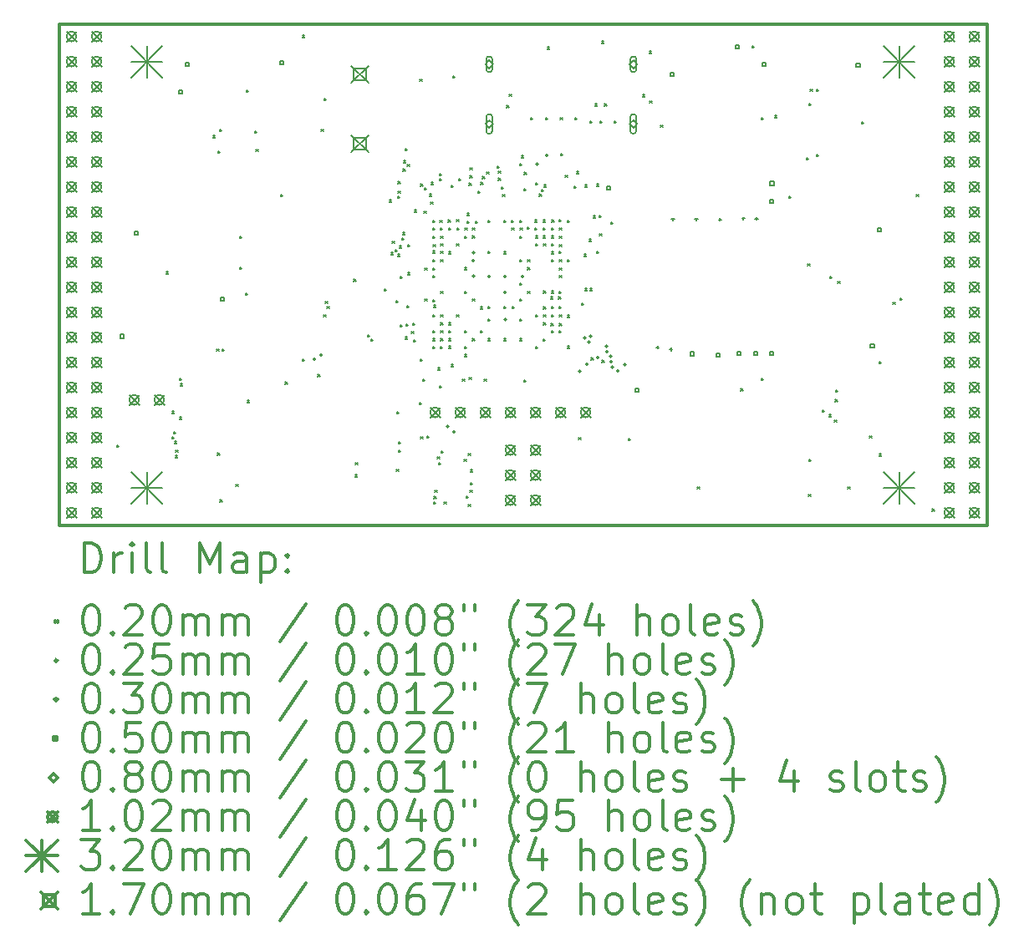
<source format=gbr>
%FSLAX45Y45*%
G04 Gerber Fmt 4.5, Leading zero omitted, Abs format (unit mm)*
G04 Created by KiCad (PCBNEW 4.0.7+dfsg1-1) date Tue Oct  3 00:54:57 2017*
%MOMM*%
%LPD*%
G01*
G04 APERTURE LIST*
%ADD10C,0.127000*%
%ADD11C,0.300000*%
%ADD12C,0.200000*%
G04 APERTURE END LIST*
D10*
D11*
X9410000Y-6142000D02*
X9410000Y-11222000D01*
X18808000Y-6142000D02*
X9410000Y-6142000D01*
X18808000Y-11222000D02*
X18808000Y-6142000D01*
X9410000Y-11222000D02*
X18808000Y-11222000D01*
D12*
X9998000Y-10410000D02*
X10018000Y-10430000D01*
X10018000Y-10410000D02*
X9998000Y-10430000D01*
X10493771Y-8653299D02*
X10513771Y-8673299D01*
X10513771Y-8653299D02*
X10493771Y-8673299D01*
X10555187Y-10325526D02*
X10575187Y-10345526D01*
X10575187Y-10325526D02*
X10555187Y-10345526D01*
X10557972Y-10068392D02*
X10577972Y-10088392D01*
X10577972Y-10068392D02*
X10557972Y-10088392D01*
X10570316Y-10275043D02*
X10590316Y-10295043D01*
X10590316Y-10275043D02*
X10570316Y-10295043D01*
X10580671Y-10371655D02*
X10600671Y-10391655D01*
X10600671Y-10371655D02*
X10580671Y-10391655D01*
X10587368Y-10514871D02*
X10607368Y-10534871D01*
X10607368Y-10514871D02*
X10587368Y-10534871D01*
X10592360Y-10459757D02*
X10612360Y-10479757D01*
X10612360Y-10459757D02*
X10592360Y-10479757D01*
X10630117Y-10127790D02*
X10650117Y-10147790D01*
X10650117Y-10127790D02*
X10630117Y-10147790D01*
X10631264Y-9735361D02*
X10651264Y-9755361D01*
X10651264Y-9735361D02*
X10631264Y-9755361D01*
X10638000Y-9787630D02*
X10658000Y-9807630D01*
X10658000Y-9787630D02*
X10638000Y-9807630D01*
X10972800Y-7273000D02*
X10992800Y-7293000D01*
X10992800Y-7273000D02*
X10972800Y-7293000D01*
X11009310Y-9438989D02*
X11029310Y-9458989D01*
X11029310Y-9438989D02*
X11009310Y-9458989D01*
X11018000Y-10490000D02*
X11038000Y-10510000D01*
X11038000Y-10490000D02*
X11018000Y-10510000D01*
X11021352Y-7428070D02*
X11041352Y-7448070D01*
X11041352Y-7428070D02*
X11021352Y-7448070D01*
X11038300Y-7211500D02*
X11058300Y-7231500D01*
X11058300Y-7211500D02*
X11038300Y-7231500D01*
X11042966Y-10966034D02*
X11062966Y-10986034D01*
X11062966Y-10966034D02*
X11042966Y-10986034D01*
X11061873Y-9435178D02*
X11081873Y-9455178D01*
X11081873Y-9435178D02*
X11061873Y-9455178D01*
X11203400Y-10805600D02*
X11223400Y-10825600D01*
X11223400Y-10805600D02*
X11203400Y-10825600D01*
X11241500Y-8291000D02*
X11261500Y-8311000D01*
X11261500Y-8291000D02*
X11241500Y-8311000D01*
X11241500Y-8608500D02*
X11261500Y-8628500D01*
X11261500Y-8608500D02*
X11241500Y-8628500D01*
X11298000Y-8870000D02*
X11318000Y-8890000D01*
X11318000Y-8870000D02*
X11298000Y-8890000D01*
X11311224Y-6814440D02*
X11331224Y-6834440D01*
X11331224Y-6814440D02*
X11311224Y-6834440D01*
X11317321Y-9958139D02*
X11337321Y-9978139D01*
X11337321Y-9958139D02*
X11317321Y-9978139D01*
X11393900Y-7224200D02*
X11413900Y-7244200D01*
X11413900Y-7224200D02*
X11393900Y-7244200D01*
X11406600Y-7414700D02*
X11426600Y-7434700D01*
X11426600Y-7414700D02*
X11406600Y-7434700D01*
X11655434Y-7867799D02*
X11675434Y-7887799D01*
X11675434Y-7867799D02*
X11655434Y-7887799D01*
X11702166Y-9771727D02*
X11722166Y-9791727D01*
X11722166Y-9771727D02*
X11702166Y-9791727D01*
X11874380Y-9539822D02*
X11894380Y-9559822D01*
X11894380Y-9539822D02*
X11874380Y-9559822D01*
X11875869Y-6255897D02*
X11895869Y-6275897D01*
X11895869Y-6255897D02*
X11875869Y-6275897D01*
X12033000Y-9695000D02*
X12053000Y-9715000D01*
X12053000Y-9695000D02*
X12033000Y-9715000D01*
X12067000Y-7211500D02*
X12087000Y-7231500D01*
X12087000Y-7211500D02*
X12067000Y-7231500D01*
X12093648Y-9090823D02*
X12113648Y-9110823D01*
X12113648Y-9090823D02*
X12093648Y-9110823D01*
X12098665Y-6897853D02*
X12118665Y-6917853D01*
X12118665Y-6897853D02*
X12098665Y-6917853D01*
X12110622Y-8956298D02*
X12130622Y-8976298D01*
X12130622Y-8956298D02*
X12110622Y-8976298D01*
X12126901Y-9006422D02*
X12146901Y-9026422D01*
X12146901Y-9006422D02*
X12126901Y-9026422D01*
X12398000Y-8730000D02*
X12418000Y-8750000D01*
X12418000Y-8730000D02*
X12398000Y-8750000D01*
X12398000Y-8730000D02*
X12418000Y-8750000D01*
X12418000Y-8730000D02*
X12398000Y-8750000D01*
X12410242Y-10710764D02*
X12430242Y-10730764D01*
X12430242Y-10710764D02*
X12410242Y-10730764D01*
X12415398Y-10588254D02*
X12435398Y-10608254D01*
X12435398Y-10588254D02*
X12415398Y-10608254D01*
X12538000Y-9290000D02*
X12558000Y-9310000D01*
X12558000Y-9290000D02*
X12538000Y-9310000D01*
X12572728Y-9335266D02*
X12592728Y-9355266D01*
X12592728Y-9335266D02*
X12572728Y-9355266D01*
X12704513Y-8827908D02*
X12724513Y-8847908D01*
X12724513Y-8827908D02*
X12704513Y-8847908D01*
X12754366Y-7925556D02*
X12774366Y-7945556D01*
X12774366Y-7925556D02*
X12754366Y-7945556D01*
X12772416Y-8458897D02*
X12792416Y-8478897D01*
X12792416Y-8458897D02*
X12772416Y-8478897D01*
X12786626Y-8342795D02*
X12806626Y-8362795D01*
X12806626Y-8342795D02*
X12786626Y-8362795D01*
X12815628Y-8428729D02*
X12835628Y-8448729D01*
X12835628Y-8428729D02*
X12815628Y-8448729D01*
X12822131Y-8943995D02*
X12842131Y-8963995D01*
X12842131Y-8943995D02*
X12822131Y-8963995D01*
X12829000Y-10653200D02*
X12849000Y-10673200D01*
X12849000Y-10653200D02*
X12829000Y-10673200D01*
X12834133Y-10069588D02*
X12854133Y-10089588D01*
X12854133Y-10069588D02*
X12834133Y-10089588D01*
X12838971Y-8476738D02*
X12858971Y-8496738D01*
X12858971Y-8476738D02*
X12838971Y-8496738D01*
X12841590Y-7889418D02*
X12861590Y-7909418D01*
X12861590Y-7889418D02*
X12841590Y-7909418D01*
X12844557Y-7737658D02*
X12864557Y-7757658D01*
X12864557Y-7737658D02*
X12844557Y-7757658D01*
X12846973Y-7836992D02*
X12866973Y-7856992D01*
X12866973Y-7836992D02*
X12846973Y-7856992D01*
X12850280Y-10377254D02*
X12870280Y-10397254D01*
X12870280Y-10377254D02*
X12850280Y-10397254D01*
X12851011Y-10461457D02*
X12871011Y-10481457D01*
X12871011Y-10461457D02*
X12851011Y-10481457D01*
X12856960Y-8392024D02*
X12876960Y-8412024D01*
X12876960Y-8392024D02*
X12856960Y-8412024D01*
X12866509Y-9190430D02*
X12886509Y-9210430D01*
X12886509Y-9190430D02*
X12866509Y-9210430D01*
X12867665Y-8701088D02*
X12887665Y-8721088D01*
X12887665Y-8701088D02*
X12867665Y-8721088D01*
X12884885Y-8308326D02*
X12904885Y-8328326D01*
X12904885Y-8308326D02*
X12884885Y-8328326D01*
X12891675Y-8256064D02*
X12911675Y-8276064D01*
X12911675Y-8256064D02*
X12891675Y-8276064D01*
X12896163Y-7612957D02*
X12916163Y-7632957D01*
X12916163Y-7612957D02*
X12896163Y-7632957D01*
X12902225Y-7526361D02*
X12922225Y-7546361D01*
X12922225Y-7526361D02*
X12902225Y-7546361D01*
X12915222Y-7404246D02*
X12935222Y-7424246D01*
X12935222Y-7404246D02*
X12915222Y-7424246D01*
X12915467Y-9314463D02*
X12935467Y-9334463D01*
X12935467Y-9314463D02*
X12915467Y-9334463D01*
X12923676Y-9183899D02*
X12943676Y-9203899D01*
X12943676Y-9183899D02*
X12923676Y-9203899D01*
X12935918Y-8993919D02*
X12955918Y-9013919D01*
X12955918Y-8993919D02*
X12935918Y-9013919D01*
X12939334Y-7563781D02*
X12959334Y-7583781D01*
X12959334Y-7563781D02*
X12939334Y-7583781D01*
X12941393Y-8376098D02*
X12961393Y-8396098D01*
X12961393Y-8376098D02*
X12941393Y-8396098D01*
X12944260Y-8660352D02*
X12964260Y-8680352D01*
X12964260Y-8660352D02*
X12944260Y-8680352D01*
X12980206Y-9257825D02*
X13000206Y-9277825D01*
X13000206Y-9257825D02*
X12980206Y-9277825D01*
X12992293Y-9173424D02*
X13012293Y-9193424D01*
X13012293Y-9173424D02*
X12992293Y-9193424D01*
X13004130Y-9342914D02*
X13024130Y-9362914D01*
X13024130Y-9342914D02*
X13004130Y-9362914D01*
X13009682Y-8027773D02*
X13029682Y-8047773D01*
X13029682Y-8027773D02*
X13009682Y-8047773D01*
X13061453Y-9980100D02*
X13081453Y-10000100D01*
X13081453Y-9980100D02*
X13061453Y-10000100D01*
X13066199Y-6701962D02*
X13086199Y-6721962D01*
X13086199Y-6701962D02*
X13066199Y-6721962D01*
X13070707Y-9535414D02*
X13090707Y-9555414D01*
X13090707Y-9535414D02*
X13070707Y-9555414D01*
X13073949Y-10325498D02*
X13093949Y-10345498D01*
X13093949Y-10325498D02*
X13073949Y-10345498D01*
X13075683Y-7764262D02*
X13095683Y-7784262D01*
X13095683Y-7764262D02*
X13075683Y-7784262D01*
X13093936Y-9738729D02*
X13113936Y-9758729D01*
X13113936Y-9738729D02*
X13093936Y-9758729D01*
X13108000Y-8040000D02*
X13128000Y-8060000D01*
X13128000Y-8040000D02*
X13108000Y-8060000D01*
X13113091Y-7801384D02*
X13133091Y-7821384D01*
X13133091Y-7801384D02*
X13113091Y-7821384D01*
X13115453Y-8615136D02*
X13135453Y-8635136D01*
X13135453Y-8615136D02*
X13115453Y-8635136D01*
X13118000Y-8930000D02*
X13138000Y-8950000D01*
X13138000Y-8930000D02*
X13118000Y-8950000D01*
X13135385Y-10319621D02*
X13155385Y-10339621D01*
X13155385Y-10319621D02*
X13135385Y-10339621D01*
X13160933Y-7864587D02*
X13180933Y-7884587D01*
X13180933Y-7864587D02*
X13160933Y-7884587D01*
X13174731Y-7948989D02*
X13194731Y-7968989D01*
X13194731Y-7948989D02*
X13174731Y-7968989D01*
X13182329Y-7748485D02*
X13202329Y-7768485D01*
X13202329Y-7748485D02*
X13182329Y-7768485D01*
X13197765Y-9087799D02*
X13217765Y-9107799D01*
X13217765Y-9087799D02*
X13197765Y-9107799D01*
X13197789Y-8617215D02*
X13217789Y-8637215D01*
X13217789Y-8617215D02*
X13197789Y-8637215D01*
X13197962Y-8532814D02*
X13217962Y-8552814D01*
X13217962Y-8532814D02*
X13197962Y-8552814D01*
X13198000Y-8440334D02*
X13218000Y-8460334D01*
X13218000Y-8440334D02*
X13198000Y-8460334D01*
X13198000Y-8130000D02*
X13218000Y-8150000D01*
X13218000Y-8130000D02*
X13198000Y-8150000D01*
X13198000Y-8207799D02*
X13218000Y-8227799D01*
X13218000Y-8207799D02*
X13198000Y-8227799D01*
X13198000Y-8690000D02*
X13218000Y-8710000D01*
X13218000Y-8690000D02*
X13198000Y-8710000D01*
X13198000Y-8934402D02*
X13218000Y-8954402D01*
X13218000Y-8934402D02*
X13198000Y-8954402D01*
X13198000Y-9250000D02*
X13218000Y-9270000D01*
X13218000Y-9250000D02*
X13198000Y-9270000D01*
X13198000Y-9330000D02*
X13218000Y-9350000D01*
X13218000Y-9330000D02*
X13198000Y-9350000D01*
X13198000Y-9410000D02*
X13218000Y-9430000D01*
X13218000Y-9410000D02*
X13198000Y-9430000D01*
X13198482Y-8292201D02*
X13218482Y-8312201D01*
X13218482Y-8292201D02*
X13198482Y-8312201D01*
X13201744Y-8376602D02*
X13221744Y-8396602D01*
X13221744Y-8376602D02*
X13201744Y-8396602D01*
X13204611Y-10984026D02*
X13224611Y-11004026D01*
X13224611Y-10984026D02*
X13204611Y-11004026D01*
X13205608Y-8993095D02*
X13225608Y-9013095D01*
X13225608Y-8993095D02*
X13205608Y-9013095D01*
X13208900Y-10931500D02*
X13228900Y-10951500D01*
X13228900Y-10931500D02*
X13208900Y-10951500D01*
X13218000Y-10870000D02*
X13238000Y-10890000D01*
X13238000Y-10870000D02*
X13218000Y-10890000D01*
X13244000Y-10530000D02*
X13264000Y-10550000D01*
X13264000Y-10530000D02*
X13244000Y-10550000D01*
X13247282Y-9628386D02*
X13267282Y-9648386D01*
X13267282Y-9628386D02*
X13247282Y-9648386D01*
X13255619Y-10587619D02*
X13275619Y-10607619D01*
X13275619Y-10587619D02*
X13255619Y-10607619D01*
X13263724Y-7657621D02*
X13283724Y-7677621D01*
X13283724Y-7657621D02*
X13263724Y-7677621D01*
X13265267Y-9807892D02*
X13285267Y-9827892D01*
X13285267Y-9807892D02*
X13265267Y-9827892D01*
X13266117Y-7710267D02*
X13286117Y-7730267D01*
X13286117Y-7710267D02*
X13266117Y-7730267D01*
X13268333Y-8129999D02*
X13288333Y-8149999D01*
X13288333Y-8129999D02*
X13268333Y-8149999D01*
X13271035Y-8207799D02*
X13291035Y-8227799D01*
X13291035Y-8207799D02*
X13271035Y-8227799D01*
X13274623Y-9409707D02*
X13294623Y-9429707D01*
X13294623Y-9409707D02*
X13274623Y-9429707D01*
X13277580Y-8532814D02*
X13297580Y-8552814D01*
X13297580Y-8532814D02*
X13277580Y-8552814D01*
X13278000Y-8292201D02*
X13298000Y-8312201D01*
X13298000Y-8292201D02*
X13278000Y-8312201D01*
X13278000Y-8850000D02*
X13298000Y-8870000D01*
X13298000Y-8850000D02*
X13278000Y-8870000D01*
X13278000Y-9090000D02*
X13298000Y-9110000D01*
X13298000Y-9090000D02*
X13278000Y-9110000D01*
X13278000Y-9170000D02*
X13298000Y-9190000D01*
X13298000Y-9170000D02*
X13278000Y-9190000D01*
X13278000Y-9250000D02*
X13298000Y-9270000D01*
X13298000Y-9250000D02*
X13278000Y-9270000D01*
X13278000Y-9330000D02*
X13298000Y-9350000D01*
X13298000Y-9330000D02*
X13278000Y-9350000D01*
X13278042Y-8446122D02*
X13298042Y-8466122D01*
X13298042Y-8446122D02*
X13278042Y-8466122D01*
X13278650Y-8367799D02*
X13298650Y-8387799D01*
X13298650Y-8367799D02*
X13278650Y-8387799D01*
X13281858Y-10470000D02*
X13301858Y-10490000D01*
X13301858Y-10470000D02*
X13281858Y-10490000D01*
X13311600Y-10983400D02*
X13331600Y-11003400D01*
X13331600Y-10983400D02*
X13311600Y-11003400D01*
X13352734Y-8129641D02*
X13372734Y-8149641D01*
X13372734Y-8129641D02*
X13352734Y-8149641D01*
X13355436Y-8207799D02*
X13375436Y-8227799D01*
X13375436Y-8207799D02*
X13355436Y-8227799D01*
X13357194Y-8449520D02*
X13377194Y-8469520D01*
X13377194Y-8449520D02*
X13357194Y-8469520D01*
X13358000Y-9170000D02*
X13378000Y-9190000D01*
X13378000Y-9170000D02*
X13358000Y-9190000D01*
X13358000Y-9250000D02*
X13378000Y-9270000D01*
X13378000Y-9250000D02*
X13358000Y-9270000D01*
X13358567Y-9330248D02*
X13378567Y-9350248D01*
X13378567Y-9330248D02*
X13358567Y-9350248D01*
X13359024Y-9408016D02*
X13379024Y-9428016D01*
X13379024Y-9408016D02*
X13359024Y-9428016D01*
X13381998Y-9593873D02*
X13401998Y-9613873D01*
X13401998Y-9593873D02*
X13381998Y-9613873D01*
X13382219Y-7775484D02*
X13402219Y-7795484D01*
X13402219Y-7775484D02*
X13382219Y-7795484D01*
X13397916Y-6668615D02*
X13417916Y-6688615D01*
X13417916Y-6668615D02*
X13397916Y-6688615D01*
X13437135Y-8124791D02*
X13457135Y-8144791D01*
X13457135Y-8124791D02*
X13437135Y-8144791D01*
X13438000Y-8370000D02*
X13458000Y-8390000D01*
X13458000Y-8370000D02*
X13438000Y-8390000D01*
X13438000Y-9090000D02*
X13458000Y-9110000D01*
X13458000Y-9090000D02*
X13438000Y-9110000D01*
X13440141Y-8207758D02*
X13460141Y-8227758D01*
X13460141Y-8207758D02*
X13440141Y-8227758D01*
X13460201Y-7710000D02*
X13480201Y-7730000D01*
X13480201Y-7710000D02*
X13460201Y-7730000D01*
X13498546Y-9743179D02*
X13518546Y-9763179D01*
X13518546Y-9743179D02*
X13498546Y-9763179D01*
X13514800Y-10551600D02*
X13534800Y-10571600D01*
X13534800Y-10551600D02*
X13514800Y-10571600D01*
X13517331Y-8851860D02*
X13537331Y-8871860D01*
X13537331Y-8851860D02*
X13517331Y-8871860D01*
X13518000Y-8292201D02*
X13538000Y-8312201D01*
X13538000Y-8292201D02*
X13518000Y-8312201D01*
X13518000Y-8610000D02*
X13538000Y-8630000D01*
X13538000Y-8610000D02*
X13518000Y-8630000D01*
X13518000Y-9250000D02*
X13538000Y-9270000D01*
X13538000Y-9250000D02*
X13518000Y-9270000D01*
X13518000Y-9410000D02*
X13538000Y-9430000D01*
X13538000Y-9410000D02*
X13518000Y-9430000D01*
X13518000Y-9490000D02*
X13538000Y-9510000D01*
X13538000Y-9490000D02*
X13518000Y-9510000D01*
X13524542Y-8207681D02*
X13544542Y-8227681D01*
X13544542Y-8207681D02*
X13524542Y-8227681D01*
X13537195Y-10926588D02*
X13557195Y-10946588D01*
X13557195Y-10926588D02*
X13537195Y-10946588D01*
X13546744Y-8060230D02*
X13566744Y-8080230D01*
X13566744Y-8060230D02*
X13546744Y-8080230D01*
X13546744Y-8138922D02*
X13566744Y-8158922D01*
X13566744Y-8138922D02*
X13546744Y-8158922D01*
X13558000Y-10493799D02*
X13578000Y-10513799D01*
X13578000Y-10493799D02*
X13558000Y-10513799D01*
X13558000Y-11010000D02*
X13578000Y-11030000D01*
X13578000Y-11010000D02*
X13558000Y-11030000D01*
X13566755Y-7754855D02*
X13586755Y-7774855D01*
X13586755Y-7754855D02*
X13566755Y-7774855D01*
X13567000Y-9723813D02*
X13587000Y-9743813D01*
X13587000Y-9723813D02*
X13567000Y-9743813D01*
X13573069Y-7599451D02*
X13593069Y-7619451D01*
X13593069Y-7599451D02*
X13573069Y-7619451D01*
X13573070Y-7680538D02*
X13593070Y-7700538D01*
X13593070Y-7680538D02*
X13573070Y-7700538D01*
X13575325Y-10869239D02*
X13595325Y-10889239D01*
X13595325Y-10869239D02*
X13575325Y-10889239D01*
X13575519Y-10792264D02*
X13595519Y-10812264D01*
X13595519Y-10792264D02*
X13575519Y-10812264D01*
X13578416Y-10659601D02*
X13598416Y-10679601D01*
X13598416Y-10659601D02*
X13578416Y-10679601D01*
X13598000Y-8210000D02*
X13618000Y-8230000D01*
X13618000Y-8210000D02*
X13598000Y-8230000D01*
X13598000Y-8290000D02*
X13618000Y-8310000D01*
X13618000Y-8290000D02*
X13598000Y-8310000D01*
X13598000Y-9330000D02*
X13618000Y-9350000D01*
X13618000Y-9330000D02*
X13598000Y-9350000D01*
X13598517Y-8929483D02*
X13618517Y-8949483D01*
X13618517Y-8929483D02*
X13598517Y-8949483D01*
X13631144Y-8139731D02*
X13651144Y-8159731D01*
X13651144Y-8139731D02*
X13631144Y-8159731D01*
X13653412Y-7835167D02*
X13673412Y-7855167D01*
X13673412Y-7835167D02*
X13653412Y-7855167D01*
X13678000Y-9250000D02*
X13698000Y-9270000D01*
X13698000Y-9250000D02*
X13678000Y-9270000D01*
X13678517Y-9009483D02*
X13698517Y-9029483D01*
X13698517Y-9009483D02*
X13678517Y-9029483D01*
X13682857Y-7746298D02*
X13702857Y-7766298D01*
X13702857Y-7746298D02*
X13682857Y-7766298D01*
X13701602Y-7687474D02*
X13721602Y-7707474D01*
X13721602Y-7687474D02*
X13701602Y-7707474D01*
X13718870Y-9743874D02*
X13738870Y-9763874D01*
X13738870Y-9743874D02*
X13718870Y-9763874D01*
X13743803Y-7641053D02*
X13763803Y-7661053D01*
X13763803Y-7641053D02*
X13743803Y-7661053D01*
X13756589Y-9130245D02*
X13776589Y-9150245D01*
X13776589Y-9130245D02*
X13756589Y-9150245D01*
X13758000Y-8130000D02*
X13778000Y-8150000D01*
X13778000Y-8130000D02*
X13758000Y-8150000D01*
X13758000Y-9007299D02*
X13778000Y-9027299D01*
X13778000Y-9007299D02*
X13758000Y-9027299D01*
X13758000Y-9330000D02*
X13778000Y-9350000D01*
X13778000Y-9330000D02*
X13758000Y-9350000D01*
X13758056Y-8443409D02*
X13778056Y-8463409D01*
X13778056Y-8443409D02*
X13758056Y-8463409D01*
X13849384Y-7581016D02*
X13869384Y-7601016D01*
X13869384Y-7581016D02*
X13849384Y-7601016D01*
X13861610Y-7632585D02*
X13881610Y-7652585D01*
X13881610Y-7632585D02*
X13861610Y-7652585D01*
X13862361Y-7706570D02*
X13882361Y-7726570D01*
X13882361Y-7706570D02*
X13862361Y-7726570D01*
X13894062Y-7793672D02*
X13914062Y-7813672D01*
X13914062Y-7793672D02*
X13894062Y-7813672D01*
X13904536Y-7870917D02*
X13924536Y-7890917D01*
X13924536Y-7870917D02*
X13904536Y-7890917D01*
X13917252Y-8451135D02*
X13937252Y-8471135D01*
X13937252Y-8451135D02*
X13917252Y-8471135D01*
X13918000Y-8130000D02*
X13938000Y-8150000D01*
X13938000Y-8130000D02*
X13918000Y-8150000D01*
X13918000Y-9002299D02*
X13938000Y-9022299D01*
X13938000Y-9002299D02*
X13918000Y-9022299D01*
X13918000Y-9330000D02*
X13938000Y-9350000D01*
X13938000Y-9330000D02*
X13918000Y-9350000D01*
X13947561Y-6969286D02*
X13967561Y-6989286D01*
X13967561Y-6969286D02*
X13947561Y-6989286D01*
X13972000Y-6856567D02*
X13992000Y-6876567D01*
X13992000Y-6856567D02*
X13972000Y-6876567D01*
X13993599Y-8130000D02*
X14013599Y-8150000D01*
X14013599Y-8130000D02*
X13993599Y-8150000D01*
X13998000Y-8210000D02*
X14018000Y-8230000D01*
X14018000Y-8210000D02*
X13998000Y-8230000D01*
X13999489Y-9002299D02*
X14019489Y-9022299D01*
X14019489Y-9002299D02*
X13999489Y-9022299D01*
X14076403Y-8294140D02*
X14096403Y-8314140D01*
X14096403Y-8294140D02*
X14076403Y-8314140D01*
X14077419Y-9133335D02*
X14097419Y-9153335D01*
X14097419Y-9133335D02*
X14077419Y-9153335D01*
X14078000Y-8130000D02*
X14098000Y-8150000D01*
X14098000Y-8130000D02*
X14078000Y-8150000D01*
X14078000Y-8530000D02*
X14098000Y-8550000D01*
X14098000Y-8530000D02*
X14078000Y-8550000D01*
X14078000Y-8770000D02*
X14098000Y-8790000D01*
X14098000Y-8770000D02*
X14078000Y-8790000D01*
X14078000Y-8930000D02*
X14098000Y-8950000D01*
X14098000Y-8930000D02*
X14078000Y-8950000D01*
X14078000Y-9330000D02*
X14098000Y-9350000D01*
X14098000Y-9330000D02*
X14078000Y-9350000D01*
X14079021Y-7558194D02*
X14099021Y-7578194D01*
X14099021Y-7558194D02*
X14079021Y-7578194D01*
X14082401Y-8207928D02*
X14102401Y-8227928D01*
X14102401Y-8207928D02*
X14082401Y-8227928D01*
X14094664Y-7477380D02*
X14114664Y-7497380D01*
X14114664Y-7477380D02*
X14094664Y-7497380D01*
X14118000Y-9750000D02*
X14138000Y-9770000D01*
X14138000Y-9750000D02*
X14118000Y-9770000D01*
X14121898Y-7809926D02*
X14141898Y-7829926D01*
X14141898Y-7809926D02*
X14121898Y-7829926D01*
X14124297Y-7645500D02*
X14144297Y-7665500D01*
X14144297Y-7645500D02*
X14124297Y-7665500D01*
X14155799Y-8203034D02*
X14175799Y-8223034D01*
X14175799Y-8203034D02*
X14155799Y-8223034D01*
X14158000Y-8530000D02*
X14178000Y-8550000D01*
X14178000Y-8530000D02*
X14158000Y-8550000D01*
X14158000Y-8610000D02*
X14178000Y-8630000D01*
X14178000Y-8610000D02*
X14158000Y-8630000D01*
X14158000Y-8850000D02*
X14178000Y-8870000D01*
X14178000Y-8850000D02*
X14158000Y-8870000D01*
X14190056Y-7090851D02*
X14210056Y-7110851D01*
X14210056Y-7090851D02*
X14190056Y-7110851D01*
X14229642Y-8209139D02*
X14249642Y-8229139D01*
X14249642Y-8209139D02*
X14229642Y-8229139D01*
X14231398Y-8128224D02*
X14251398Y-8148224D01*
X14251398Y-8128224D02*
X14231398Y-8148224D01*
X14237355Y-8289891D02*
X14257355Y-8309891D01*
X14257355Y-8289891D02*
X14237355Y-8309891D01*
X14238000Y-7750000D02*
X14258000Y-7770000D01*
X14258000Y-7750000D02*
X14238000Y-7770000D01*
X14238000Y-8370000D02*
X14258000Y-8390000D01*
X14258000Y-8370000D02*
X14238000Y-8390000D01*
X14238000Y-9090000D02*
X14258000Y-9110000D01*
X14258000Y-9090000D02*
X14238000Y-9110000D01*
X14238000Y-9410000D02*
X14258000Y-9430000D01*
X14258000Y-9410000D02*
X14238000Y-9430000D01*
X14275162Y-7865975D02*
X14295162Y-7885975D01*
X14295162Y-7865975D02*
X14275162Y-7885975D01*
X14300511Y-7819522D02*
X14320511Y-7839522D01*
X14320511Y-7819522D02*
X14300511Y-7839522D01*
X14315799Y-8127963D02*
X14335799Y-8147963D01*
X14335799Y-8127963D02*
X14315799Y-8147963D01*
X14315799Y-8210715D02*
X14335799Y-8230715D01*
X14335799Y-8210715D02*
X14315799Y-8230715D01*
X14315799Y-8290000D02*
X14335799Y-8310000D01*
X14335799Y-8290000D02*
X14315799Y-8310000D01*
X14315801Y-9332315D02*
X14335801Y-9352315D01*
X14335801Y-9332315D02*
X14315801Y-9352315D01*
X14317803Y-8849503D02*
X14337803Y-8869503D01*
X14337803Y-8849503D02*
X14317803Y-8869503D01*
X14318000Y-8370000D02*
X14338000Y-8390000D01*
X14338000Y-8370000D02*
X14318000Y-8390000D01*
X14318000Y-9090000D02*
X14338000Y-9110000D01*
X14338000Y-9090000D02*
X14318000Y-9110000D01*
X14318000Y-9170000D02*
X14338000Y-9190000D01*
X14338000Y-9170000D02*
X14318000Y-9190000D01*
X14318182Y-9010195D02*
X14338182Y-9030195D01*
X14338182Y-9010195D02*
X14318182Y-9030195D01*
X14323180Y-7771946D02*
X14343180Y-7791946D01*
X14343180Y-7771946D02*
X14323180Y-7791946D01*
X14338035Y-7091653D02*
X14358035Y-7111653D01*
X14358035Y-7091653D02*
X14338035Y-7111653D01*
X14355067Y-6376252D02*
X14375067Y-6396252D01*
X14375067Y-6376252D02*
X14355067Y-6396252D01*
X14388995Y-8907799D02*
X14408995Y-8927799D01*
X14408995Y-8907799D02*
X14388995Y-8927799D01*
X14396483Y-9177765D02*
X14416483Y-9197765D01*
X14416483Y-9177765D02*
X14396483Y-9197765D01*
X14398000Y-9090000D02*
X14418000Y-9110000D01*
X14418000Y-9090000D02*
X14398000Y-9110000D01*
X14398242Y-9003286D02*
X14418242Y-9023286D01*
X14418242Y-9003286D02*
X14398242Y-9023286D01*
X14398283Y-8848451D02*
X14418283Y-8868451D01*
X14418283Y-8848451D02*
X14398283Y-8868451D01*
X14400201Y-8208560D02*
X14420201Y-8228560D01*
X14420201Y-8208560D02*
X14400201Y-8228560D01*
X14400201Y-8290000D02*
X14420201Y-8310000D01*
X14420201Y-8290000D02*
X14400201Y-8310000D01*
X14400201Y-8370000D02*
X14420201Y-8390000D01*
X14420201Y-8370000D02*
X14400201Y-8390000D01*
X14400201Y-8450000D02*
X14420201Y-8470000D01*
X14420201Y-8450000D02*
X14400201Y-8470000D01*
X14400201Y-8529722D02*
X14420201Y-8549722D01*
X14420201Y-8529722D02*
X14400201Y-8549722D01*
X14400201Y-9250000D02*
X14420201Y-9270000D01*
X14420201Y-9250000D02*
X14400201Y-9270000D01*
X14404602Y-8127478D02*
X14424602Y-8147478D01*
X14424602Y-8127478D02*
X14404602Y-8147478D01*
X14471061Y-8907799D02*
X14491061Y-8927799D01*
X14491061Y-8907799D02*
X14471061Y-8927799D01*
X14476639Y-8123398D02*
X14496639Y-8143398D01*
X14496639Y-8123398D02*
X14476639Y-8143398D01*
X14476724Y-9006446D02*
X14496724Y-9026446D01*
X14496724Y-9006446D02*
X14476724Y-9026446D01*
X14477765Y-8852201D02*
X14497765Y-8872201D01*
X14497765Y-8852201D02*
X14477765Y-8872201D01*
X14477769Y-8443293D02*
X14497769Y-8463293D01*
X14497769Y-8443293D02*
X14477769Y-8463293D01*
X14478235Y-9247799D02*
X14498235Y-9267799D01*
X14498235Y-9247799D02*
X14478235Y-9267799D01*
X14478509Y-8207799D02*
X14498509Y-8227799D01*
X14498509Y-8207799D02*
X14478509Y-8227799D01*
X14478654Y-8528519D02*
X14498654Y-8548519D01*
X14498654Y-8528519D02*
X14478654Y-8548519D01*
X14478856Y-8689382D02*
X14498856Y-8709382D01*
X14498856Y-8689382D02*
X14478856Y-8709382D01*
X14479038Y-8376602D02*
X14499038Y-8396602D01*
X14499038Y-8376602D02*
X14479038Y-8396602D01*
X14479163Y-9090847D02*
X14499163Y-9110847D01*
X14499163Y-9090847D02*
X14479163Y-9110847D01*
X14479410Y-8292201D02*
X14499410Y-8312201D01*
X14499410Y-8292201D02*
X14479410Y-8312201D01*
X14479577Y-9177444D02*
X14499577Y-9197444D01*
X14499577Y-9177444D02*
X14479577Y-9197444D01*
X14480128Y-8616874D02*
X14500128Y-8636874D01*
X14500128Y-8616874D02*
X14480128Y-8636874D01*
X14487842Y-7092405D02*
X14507842Y-7112405D01*
X14507842Y-7092405D02*
X14487842Y-7112405D01*
X14491706Y-7455585D02*
X14511706Y-7475585D01*
X14511706Y-7455585D02*
X14491706Y-7475585D01*
X14539401Y-7673483D02*
X14559401Y-7693483D01*
X14559401Y-7673483D02*
X14539401Y-7693483D01*
X14558000Y-8130000D02*
X14578000Y-8150000D01*
X14578000Y-8130000D02*
X14558000Y-8150000D01*
X14558000Y-8532201D02*
X14578000Y-8552201D01*
X14578000Y-8532201D02*
X14558000Y-8552201D01*
X14558000Y-9407799D02*
X14578000Y-9427799D01*
X14578000Y-9407799D02*
X14558000Y-9427799D01*
X14561303Y-9092201D02*
X14581303Y-9112201D01*
X14581303Y-9092201D02*
X14561303Y-9112201D01*
X14628717Y-7783934D02*
X14648717Y-7803934D01*
X14648717Y-7783934D02*
X14628717Y-7803934D01*
X14636897Y-7089394D02*
X14656897Y-7109394D01*
X14656897Y-7089394D02*
X14636897Y-7109394D01*
X14652765Y-7636130D02*
X14672765Y-7656130D01*
X14672765Y-7636130D02*
X14652765Y-7656130D01*
X14674429Y-10335274D02*
X14694429Y-10355274D01*
X14694429Y-10335274D02*
X14674429Y-10355274D01*
X14702593Y-8970288D02*
X14722593Y-8990288D01*
X14722593Y-8970288D02*
X14702593Y-8990288D01*
X14732247Y-8475859D02*
X14752247Y-8495859D01*
X14752247Y-8475859D02*
X14732247Y-8495859D01*
X14737067Y-8822484D02*
X14757067Y-8842484D01*
X14757067Y-8822484D02*
X14737067Y-8842484D01*
X14738000Y-7772201D02*
X14758000Y-7792201D01*
X14758000Y-7772201D02*
X14738000Y-7792201D01*
X14779417Y-8323581D02*
X14799417Y-8343581D01*
X14799417Y-8323581D02*
X14779417Y-8343581D01*
X14788736Y-7127779D02*
X14808736Y-7147779D01*
X14808736Y-7127779D02*
X14788736Y-7147779D01*
X14789768Y-8822484D02*
X14809768Y-8842484D01*
X14809768Y-8822484D02*
X14789768Y-8842484D01*
X14800281Y-9523902D02*
X14820281Y-9543902D01*
X14820281Y-9523902D02*
X14800281Y-9543902D01*
X14823777Y-8087578D02*
X14843777Y-8107578D01*
X14843777Y-8087578D02*
X14823777Y-8107578D01*
X14837783Y-6951968D02*
X14857783Y-6971968D01*
X14857783Y-6951968D02*
X14837783Y-6971968D01*
X14853988Y-7762935D02*
X14873988Y-7782935D01*
X14873988Y-7762935D02*
X14853988Y-7782935D01*
X14856880Y-8445039D02*
X14876880Y-8465039D01*
X14876880Y-8445039D02*
X14856880Y-8465039D01*
X14883585Y-8079901D02*
X14903585Y-8099901D01*
X14903585Y-8079901D02*
X14883585Y-8099901D01*
X14887565Y-8265534D02*
X14907565Y-8285534D01*
X14907565Y-8265534D02*
X14887565Y-8285534D01*
X14889119Y-7127779D02*
X14909119Y-7147779D01*
X14909119Y-7127779D02*
X14889119Y-7147779D01*
X14908375Y-6315711D02*
X14928375Y-6335711D01*
X14928375Y-6315711D02*
X14908375Y-6335711D01*
X14910771Y-9550529D02*
X14930771Y-9570529D01*
X14930771Y-9550529D02*
X14910771Y-9570529D01*
X14937595Y-6951968D02*
X14957595Y-6971968D01*
X14957595Y-6951968D02*
X14937595Y-6971968D01*
X14998000Y-8150000D02*
X15018000Y-8170000D01*
X15018000Y-8150000D02*
X14998000Y-8170000D01*
X15035722Y-7127779D02*
X15055722Y-7147779D01*
X15055722Y-7127779D02*
X15035722Y-7147779D01*
X15179638Y-10341072D02*
X15199638Y-10361072D01*
X15199638Y-10341072D02*
X15179638Y-10361072D01*
X15322234Y-6857342D02*
X15342234Y-6877342D01*
X15342234Y-6857342D02*
X15322234Y-6877342D01*
X15388420Y-6418006D02*
X15408420Y-6438006D01*
X15408420Y-6418006D02*
X15388420Y-6438006D01*
X15394400Y-6919400D02*
X15414400Y-6939400D01*
X15414400Y-6919400D02*
X15394400Y-6939400D01*
X15504936Y-7166453D02*
X15524936Y-7186453D01*
X15524936Y-7166453D02*
X15504936Y-7186453D01*
X15877000Y-10831000D02*
X15897000Y-10851000D01*
X15897000Y-10831000D02*
X15877000Y-10851000D01*
X16317742Y-9840172D02*
X16337742Y-9860172D01*
X16337742Y-9840172D02*
X16317742Y-9860172D01*
X16433388Y-6363745D02*
X16453388Y-6383745D01*
X16453388Y-6363745D02*
X16433388Y-6383745D01*
X16522697Y-7092660D02*
X16542697Y-7112660D01*
X16542697Y-7092660D02*
X16522697Y-7112660D01*
X16524921Y-9732292D02*
X16544921Y-9752292D01*
X16544921Y-9732292D02*
X16524921Y-9752292D01*
X16657891Y-7070355D02*
X16677891Y-7090355D01*
X16677891Y-7070355D02*
X16657891Y-7090355D01*
X16806644Y-7885534D02*
X16826644Y-7905534D01*
X16826644Y-7885534D02*
X16806644Y-7905534D01*
X16979535Y-7499299D02*
X16999535Y-7519299D01*
X16999535Y-7499299D02*
X16979535Y-7519299D01*
X16994600Y-8570400D02*
X17014600Y-8590400D01*
X17014600Y-8570400D02*
X16994600Y-8590400D01*
X17002604Y-10911247D02*
X17022604Y-10931247D01*
X17022604Y-10911247D02*
X17002604Y-10931247D01*
X17005773Y-10556635D02*
X17025773Y-10576635D01*
X17025773Y-10556635D02*
X17005773Y-10576635D01*
X17008296Y-6947101D02*
X17028296Y-6967101D01*
X17028296Y-6947101D02*
X17008296Y-6967101D01*
X17020000Y-6805100D02*
X17040000Y-6825100D01*
X17040000Y-6805100D02*
X17020000Y-6825100D01*
X17084317Y-7466146D02*
X17104317Y-7486146D01*
X17104317Y-7466146D02*
X17084317Y-7486146D01*
X17085000Y-6802556D02*
X17105000Y-6822556D01*
X17105000Y-6802556D02*
X17085000Y-6822556D01*
X17144030Y-10054574D02*
X17164030Y-10074574D01*
X17164030Y-10054574D02*
X17144030Y-10074574D01*
X17209336Y-10100566D02*
X17229336Y-10120566D01*
X17229336Y-10100566D02*
X17209336Y-10120566D01*
X17218956Y-8702405D02*
X17238956Y-8722405D01*
X17238956Y-8702405D02*
X17218956Y-8722405D01*
X17266127Y-10155168D02*
X17286127Y-10175168D01*
X17286127Y-10155168D02*
X17266127Y-10175168D01*
X17273463Y-9949992D02*
X17293463Y-9969992D01*
X17293463Y-9949992D02*
X17273463Y-9969992D01*
X17277992Y-9851865D02*
X17297992Y-9871865D01*
X17297992Y-9851865D02*
X17277992Y-9871865D01*
X17299400Y-8748200D02*
X17319400Y-8768200D01*
X17319400Y-8748200D02*
X17299400Y-8768200D01*
X17401000Y-10831000D02*
X17421000Y-10851000D01*
X17421000Y-10831000D02*
X17401000Y-10851000D01*
X17539563Y-7135743D02*
X17559563Y-7155743D01*
X17559563Y-7135743D02*
X17539563Y-7155743D01*
X17620559Y-10317981D02*
X17640559Y-10337981D01*
X17640559Y-10317981D02*
X17620559Y-10337981D01*
X17717400Y-10497912D02*
X17737400Y-10517912D01*
X17737400Y-10497912D02*
X17717400Y-10517912D01*
X17718500Y-9561000D02*
X17738500Y-9581000D01*
X17738500Y-9561000D02*
X17718500Y-9581000D01*
X17856591Y-8961390D02*
X17876591Y-8981390D01*
X17876591Y-8961390D02*
X17856591Y-8981390D01*
X17927598Y-8921781D02*
X17947598Y-8941781D01*
X17947598Y-8921781D02*
X17927598Y-8941781D01*
X18096500Y-7868500D02*
X18116500Y-7888500D01*
X18116500Y-7868500D02*
X18096500Y-7888500D01*
X18255436Y-11056584D02*
X18275436Y-11076584D01*
X18275436Y-11056584D02*
X18255436Y-11076584D01*
X12010516Y-9541295D02*
G75*
G03X12010516Y-9541295I-12700J0D01*
G01*
X12076103Y-9497760D02*
G75*
G03X12076103Y-9497760I-12700J0D01*
G01*
X13357629Y-10223262D02*
G75*
G03X13357629Y-10223262I-12700J0D01*
G01*
X13420141Y-10275223D02*
G75*
G03X13420141Y-10275223I-12700J0D01*
G01*
X13620700Y-8460000D02*
G75*
G03X13620700Y-8460000I-12700J0D01*
G01*
X13620700Y-8540000D02*
G75*
G03X13620700Y-8540000I-12700J0D01*
G01*
X13623799Y-8699540D02*
G75*
G03X13623799Y-8699540I-12700J0D01*
G01*
X13780700Y-8700000D02*
G75*
G03X13780700Y-8700000I-12700J0D01*
G01*
X13940700Y-8700000D02*
G75*
G03X13940700Y-8700000I-12700J0D01*
G01*
X13940700Y-8860000D02*
G75*
G03X13940700Y-8860000I-12700J0D01*
G01*
X13943964Y-9135970D02*
G75*
G03X13943964Y-9135970I-12700J0D01*
G01*
X14116986Y-8699500D02*
G75*
G03X14116986Y-8699500I-12700J0D01*
G01*
X14265799Y-7566284D02*
G75*
G03X14265799Y-7566284I-12700J0D01*
G01*
X14365259Y-7474977D02*
G75*
G03X14365259Y-7474977I-12700J0D01*
G01*
X14698950Y-9661750D02*
G75*
G03X14698950Y-9661750I-12700J0D01*
G01*
X14748323Y-9321914D02*
G75*
G03X14748323Y-9321914I-12700J0D01*
G01*
X14766147Y-9591326D02*
G75*
G03X14766147Y-9591326I-12700J0D01*
G01*
X14790471Y-9369101D02*
G75*
G03X14790471Y-9369101I-12700J0D01*
G01*
X14804230Y-9306098D02*
G75*
G03X14804230Y-9306098I-12700J0D01*
G01*
X14878093Y-9524901D02*
G75*
G03X14878093Y-9524901I-12700J0D01*
G01*
X14969298Y-9405479D02*
G75*
G03X14969298Y-9405479I-12700J0D01*
G01*
X14971152Y-9463550D02*
G75*
G03X14971152Y-9463550I-12700J0D01*
G01*
X15007952Y-9508512D02*
G75*
G03X15007952Y-9508512I-12700J0D01*
G01*
X15016044Y-9566047D02*
G75*
G03X15016044Y-9566047I-12700J0D01*
G01*
X15027622Y-9622983D02*
G75*
G03X15027622Y-9622983I-12700J0D01*
G01*
X15084750Y-9657580D02*
G75*
G03X15084750Y-9657580I-12700J0D01*
G01*
X15157504Y-9595169D02*
G75*
G03X15157504Y-9595169I-12700J0D01*
G01*
X15472629Y-9402136D02*
X15472629Y-9432136D01*
X15457629Y-9417136D02*
X15487629Y-9417136D01*
X15607711Y-9423078D02*
X15607711Y-9453078D01*
X15592711Y-9438078D02*
X15622711Y-9438078D01*
X15628000Y-8106084D02*
X15628000Y-8136084D01*
X15613000Y-8121084D02*
X15643000Y-8121084D01*
X15868000Y-8106084D02*
X15868000Y-8136084D01*
X15853000Y-8121084D02*
X15883000Y-8121084D01*
X16106799Y-8106612D02*
X16106799Y-8136612D01*
X16091799Y-8121612D02*
X16121799Y-8121612D01*
X16342203Y-8097066D02*
X16342203Y-8127066D01*
X16327203Y-8112066D02*
X16357203Y-8112066D01*
X16474183Y-8098057D02*
X16474183Y-8128057D01*
X16459183Y-8113057D02*
X16489183Y-8113057D01*
X10065668Y-9324068D02*
X10065668Y-9288713D01*
X10030313Y-9288713D01*
X10030313Y-9324068D01*
X10065668Y-9324068D01*
X10210884Y-8276183D02*
X10210884Y-8240827D01*
X10175529Y-8240827D01*
X10175529Y-8276183D01*
X10210884Y-8276183D01*
X10659458Y-6848926D02*
X10659458Y-6813570D01*
X10624103Y-6813570D01*
X10624103Y-6848926D01*
X10659458Y-6848926D01*
X10724925Y-6569670D02*
X10724925Y-6534314D01*
X10689570Y-6534314D01*
X10689570Y-6569670D01*
X10724925Y-6569670D01*
X11079415Y-8946398D02*
X11079415Y-8911042D01*
X11044059Y-8911042D01*
X11044059Y-8946398D01*
X11079415Y-8946398D01*
X11685285Y-6554893D02*
X11685285Y-6519538D01*
X11649930Y-6519538D01*
X11649930Y-6554893D01*
X11685285Y-6554893D01*
X14992842Y-7820612D02*
X14992842Y-7785257D01*
X14957486Y-7785257D01*
X14957486Y-7820612D01*
X14992842Y-7820612D01*
X15279782Y-9869675D02*
X15279782Y-9834319D01*
X15244427Y-9834319D01*
X15244427Y-9869675D01*
X15279782Y-9869675D01*
X15641236Y-6672514D02*
X15641236Y-6637158D01*
X15605880Y-6637158D01*
X15605880Y-6672514D01*
X15641236Y-6672514D01*
X15841046Y-9502939D02*
X15841046Y-9467584D01*
X15805691Y-9467584D01*
X15805691Y-9502939D01*
X15841046Y-9502939D01*
X16105267Y-9516553D02*
X16105267Y-9481197D01*
X16069912Y-9481197D01*
X16069912Y-9516553D01*
X16105267Y-9516553D01*
X16296426Y-6389526D02*
X16296426Y-6354171D01*
X16261070Y-6354171D01*
X16261070Y-6389526D01*
X16296426Y-6389526D01*
X16316953Y-9499696D02*
X16316953Y-9464341D01*
X16281597Y-9464341D01*
X16281597Y-9499696D01*
X16316953Y-9499696D01*
X16483055Y-9500233D02*
X16483055Y-9464877D01*
X16447699Y-9464877D01*
X16447699Y-9500233D01*
X16483055Y-9500233D01*
X16571791Y-6571560D02*
X16571791Y-6536205D01*
X16536435Y-6536205D01*
X16536435Y-6571560D01*
X16571791Y-6571560D01*
X16642573Y-7958481D02*
X16642573Y-7923125D01*
X16607218Y-7923125D01*
X16607218Y-7958481D01*
X16642573Y-7958481D01*
X16645678Y-9497678D02*
X16645678Y-9462322D01*
X16610322Y-9462322D01*
X16610322Y-9497678D01*
X16645678Y-9497678D01*
X16649839Y-7774906D02*
X16649839Y-7739550D01*
X16614484Y-7739550D01*
X16614484Y-7774906D01*
X16649839Y-7774906D01*
X17521839Y-6576653D02*
X17521839Y-6541297D01*
X17486483Y-6541297D01*
X17486483Y-6576653D01*
X17521839Y-6576653D01*
X17665108Y-9424587D02*
X17665108Y-9389232D01*
X17629753Y-9389232D01*
X17629753Y-9424587D01*
X17665108Y-9424587D01*
X17740669Y-8245813D02*
X17740669Y-8210457D01*
X17705313Y-8210457D01*
X17705313Y-8245813D01*
X17740669Y-8245813D01*
X13768000Y-6590000D02*
X13808000Y-6550000D01*
X13768000Y-6510000D01*
X13728000Y-6550000D01*
X13768000Y-6590000D01*
X13738000Y-6500000D02*
X13738000Y-6600000D01*
X13798000Y-6500000D02*
X13798000Y-6600000D01*
X13738000Y-6600000D02*
G75*
G03X13798000Y-6600000I30000J0D01*
G01*
X13798000Y-6500000D02*
G75*
G03X13738000Y-6500000I-30000J0D01*
G01*
X13768000Y-7195000D02*
X13808000Y-7155000D01*
X13768000Y-7115000D01*
X13728000Y-7155000D01*
X13768000Y-7195000D01*
X13738000Y-7085000D02*
X13738000Y-7225000D01*
X13798000Y-7085000D02*
X13798000Y-7225000D01*
X13738000Y-7225000D02*
G75*
G03X13798000Y-7225000I30000J0D01*
G01*
X13798000Y-7085000D02*
G75*
G03X13738000Y-7085000I-30000J0D01*
G01*
X15228000Y-6590000D02*
X15268000Y-6550000D01*
X15228000Y-6510000D01*
X15188000Y-6550000D01*
X15228000Y-6590000D01*
X15198000Y-6500000D02*
X15198000Y-6600000D01*
X15258000Y-6500000D02*
X15258000Y-6600000D01*
X15198000Y-6600000D02*
G75*
G03X15258000Y-6600000I30000J0D01*
G01*
X15258000Y-6500000D02*
G75*
G03X15198000Y-6500000I-30000J0D01*
G01*
X15228000Y-7195000D02*
X15268000Y-7155000D01*
X15228000Y-7115000D01*
X15188000Y-7155000D01*
X15228000Y-7195000D01*
X15198000Y-7085000D02*
X15198000Y-7225000D01*
X15258000Y-7085000D02*
X15258000Y-7225000D01*
X15198000Y-7225000D02*
G75*
G03X15258000Y-7225000I30000J0D01*
G01*
X15258000Y-7085000D02*
G75*
G03X15198000Y-7085000I-30000J0D01*
G01*
X9486200Y-6218200D02*
X9587800Y-6319800D01*
X9587800Y-6218200D02*
X9486200Y-6319800D01*
X9587800Y-6269000D02*
G75*
G03X9587800Y-6269000I-50800J0D01*
G01*
X9486200Y-6472200D02*
X9587800Y-6573800D01*
X9587800Y-6472200D02*
X9486200Y-6573800D01*
X9587800Y-6523000D02*
G75*
G03X9587800Y-6523000I-50800J0D01*
G01*
X9486200Y-6726200D02*
X9587800Y-6827800D01*
X9587800Y-6726200D02*
X9486200Y-6827800D01*
X9587800Y-6777000D02*
G75*
G03X9587800Y-6777000I-50800J0D01*
G01*
X9486200Y-6980200D02*
X9587800Y-7081800D01*
X9587800Y-6980200D02*
X9486200Y-7081800D01*
X9587800Y-7031000D02*
G75*
G03X9587800Y-7031000I-50800J0D01*
G01*
X9486200Y-7234200D02*
X9587800Y-7335800D01*
X9587800Y-7234200D02*
X9486200Y-7335800D01*
X9587800Y-7285000D02*
G75*
G03X9587800Y-7285000I-50800J0D01*
G01*
X9486200Y-7488200D02*
X9587800Y-7589800D01*
X9587800Y-7488200D02*
X9486200Y-7589800D01*
X9587800Y-7539000D02*
G75*
G03X9587800Y-7539000I-50800J0D01*
G01*
X9486200Y-7742200D02*
X9587800Y-7843800D01*
X9587800Y-7742200D02*
X9486200Y-7843800D01*
X9587800Y-7793000D02*
G75*
G03X9587800Y-7793000I-50800J0D01*
G01*
X9486200Y-7996200D02*
X9587800Y-8097800D01*
X9587800Y-7996200D02*
X9486200Y-8097800D01*
X9587800Y-8047000D02*
G75*
G03X9587800Y-8047000I-50800J0D01*
G01*
X9486200Y-8250200D02*
X9587800Y-8351800D01*
X9587800Y-8250200D02*
X9486200Y-8351800D01*
X9587800Y-8301000D02*
G75*
G03X9587800Y-8301000I-50800J0D01*
G01*
X9486200Y-8504200D02*
X9587800Y-8605800D01*
X9587800Y-8504200D02*
X9486200Y-8605800D01*
X9587800Y-8555000D02*
G75*
G03X9587800Y-8555000I-50800J0D01*
G01*
X9486200Y-8758200D02*
X9587800Y-8859800D01*
X9587800Y-8758200D02*
X9486200Y-8859800D01*
X9587800Y-8809000D02*
G75*
G03X9587800Y-8809000I-50800J0D01*
G01*
X9486200Y-9012200D02*
X9587800Y-9113800D01*
X9587800Y-9012200D02*
X9486200Y-9113800D01*
X9587800Y-9063000D02*
G75*
G03X9587800Y-9063000I-50800J0D01*
G01*
X9486200Y-9266200D02*
X9587800Y-9367800D01*
X9587800Y-9266200D02*
X9486200Y-9367800D01*
X9587800Y-9317000D02*
G75*
G03X9587800Y-9317000I-50800J0D01*
G01*
X9486200Y-9520200D02*
X9587800Y-9621800D01*
X9587800Y-9520200D02*
X9486200Y-9621800D01*
X9587800Y-9571000D02*
G75*
G03X9587800Y-9571000I-50800J0D01*
G01*
X9486200Y-9774200D02*
X9587800Y-9875800D01*
X9587800Y-9774200D02*
X9486200Y-9875800D01*
X9587800Y-9825000D02*
G75*
G03X9587800Y-9825000I-50800J0D01*
G01*
X9486200Y-10028200D02*
X9587800Y-10129800D01*
X9587800Y-10028200D02*
X9486200Y-10129800D01*
X9587800Y-10079000D02*
G75*
G03X9587800Y-10079000I-50800J0D01*
G01*
X9486200Y-10282200D02*
X9587800Y-10383800D01*
X9587800Y-10282200D02*
X9486200Y-10383800D01*
X9587800Y-10333000D02*
G75*
G03X9587800Y-10333000I-50800J0D01*
G01*
X9486200Y-10536200D02*
X9587800Y-10637800D01*
X9587800Y-10536200D02*
X9486200Y-10637800D01*
X9587800Y-10587000D02*
G75*
G03X9587800Y-10587000I-50800J0D01*
G01*
X9486200Y-10790200D02*
X9587800Y-10891800D01*
X9587800Y-10790200D02*
X9486200Y-10891800D01*
X9587800Y-10841000D02*
G75*
G03X9587800Y-10841000I-50800J0D01*
G01*
X9486200Y-11044200D02*
X9587800Y-11145800D01*
X9587800Y-11044200D02*
X9486200Y-11145800D01*
X9587800Y-11095000D02*
G75*
G03X9587800Y-11095000I-50800J0D01*
G01*
X9740200Y-6218200D02*
X9841800Y-6319800D01*
X9841800Y-6218200D02*
X9740200Y-6319800D01*
X9841800Y-6269000D02*
G75*
G03X9841800Y-6269000I-50800J0D01*
G01*
X9740200Y-6472200D02*
X9841800Y-6573800D01*
X9841800Y-6472200D02*
X9740200Y-6573800D01*
X9841800Y-6523000D02*
G75*
G03X9841800Y-6523000I-50800J0D01*
G01*
X9740200Y-6726200D02*
X9841800Y-6827800D01*
X9841800Y-6726200D02*
X9740200Y-6827800D01*
X9841800Y-6777000D02*
G75*
G03X9841800Y-6777000I-50800J0D01*
G01*
X9740200Y-6980200D02*
X9841800Y-7081800D01*
X9841800Y-6980200D02*
X9740200Y-7081800D01*
X9841800Y-7031000D02*
G75*
G03X9841800Y-7031000I-50800J0D01*
G01*
X9740200Y-7234200D02*
X9841800Y-7335800D01*
X9841800Y-7234200D02*
X9740200Y-7335800D01*
X9841800Y-7285000D02*
G75*
G03X9841800Y-7285000I-50800J0D01*
G01*
X9740200Y-7488200D02*
X9841800Y-7589800D01*
X9841800Y-7488200D02*
X9740200Y-7589800D01*
X9841800Y-7539000D02*
G75*
G03X9841800Y-7539000I-50800J0D01*
G01*
X9740200Y-7742200D02*
X9841800Y-7843800D01*
X9841800Y-7742200D02*
X9740200Y-7843800D01*
X9841800Y-7793000D02*
G75*
G03X9841800Y-7793000I-50800J0D01*
G01*
X9740200Y-7996200D02*
X9841800Y-8097800D01*
X9841800Y-7996200D02*
X9740200Y-8097800D01*
X9841800Y-8047000D02*
G75*
G03X9841800Y-8047000I-50800J0D01*
G01*
X9740200Y-8250200D02*
X9841800Y-8351800D01*
X9841800Y-8250200D02*
X9740200Y-8351800D01*
X9841800Y-8301000D02*
G75*
G03X9841800Y-8301000I-50800J0D01*
G01*
X9740200Y-8504200D02*
X9841800Y-8605800D01*
X9841800Y-8504200D02*
X9740200Y-8605800D01*
X9841800Y-8555000D02*
G75*
G03X9841800Y-8555000I-50800J0D01*
G01*
X9740200Y-8758200D02*
X9841800Y-8859800D01*
X9841800Y-8758200D02*
X9740200Y-8859800D01*
X9841800Y-8809000D02*
G75*
G03X9841800Y-8809000I-50800J0D01*
G01*
X9740200Y-9012200D02*
X9841800Y-9113800D01*
X9841800Y-9012200D02*
X9740200Y-9113800D01*
X9841800Y-9063000D02*
G75*
G03X9841800Y-9063000I-50800J0D01*
G01*
X9740200Y-9266200D02*
X9841800Y-9367800D01*
X9841800Y-9266200D02*
X9740200Y-9367800D01*
X9841800Y-9317000D02*
G75*
G03X9841800Y-9317000I-50800J0D01*
G01*
X9740200Y-9520200D02*
X9841800Y-9621800D01*
X9841800Y-9520200D02*
X9740200Y-9621800D01*
X9841800Y-9571000D02*
G75*
G03X9841800Y-9571000I-50800J0D01*
G01*
X9740200Y-9774200D02*
X9841800Y-9875800D01*
X9841800Y-9774200D02*
X9740200Y-9875800D01*
X9841800Y-9825000D02*
G75*
G03X9841800Y-9825000I-50800J0D01*
G01*
X9740200Y-10028200D02*
X9841800Y-10129800D01*
X9841800Y-10028200D02*
X9740200Y-10129800D01*
X9841800Y-10079000D02*
G75*
G03X9841800Y-10079000I-50800J0D01*
G01*
X9740200Y-10282200D02*
X9841800Y-10383800D01*
X9841800Y-10282200D02*
X9740200Y-10383800D01*
X9841800Y-10333000D02*
G75*
G03X9841800Y-10333000I-50800J0D01*
G01*
X9740200Y-10536200D02*
X9841800Y-10637800D01*
X9841800Y-10536200D02*
X9740200Y-10637800D01*
X9841800Y-10587000D02*
G75*
G03X9841800Y-10587000I-50800J0D01*
G01*
X9740200Y-10790200D02*
X9841800Y-10891800D01*
X9841800Y-10790200D02*
X9740200Y-10891800D01*
X9841800Y-10841000D02*
G75*
G03X9841800Y-10841000I-50800J0D01*
G01*
X9740200Y-11044200D02*
X9841800Y-11145800D01*
X9841800Y-11044200D02*
X9740200Y-11145800D01*
X9841800Y-11095000D02*
G75*
G03X9841800Y-11095000I-50800J0D01*
G01*
X10121200Y-9901200D02*
X10222800Y-10002800D01*
X10222800Y-9901200D02*
X10121200Y-10002800D01*
X10222800Y-9952000D02*
G75*
G03X10222800Y-9952000I-50800J0D01*
G01*
X10375200Y-9901200D02*
X10476800Y-10002800D01*
X10476800Y-9901200D02*
X10375200Y-10002800D01*
X10476800Y-9952000D02*
G75*
G03X10476800Y-9952000I-50800J0D01*
G01*
X13169200Y-10028200D02*
X13270800Y-10129800D01*
X13270800Y-10028200D02*
X13169200Y-10129800D01*
X13270800Y-10079000D02*
G75*
G03X13270800Y-10079000I-50800J0D01*
G01*
X13423200Y-10028200D02*
X13524800Y-10129800D01*
X13524800Y-10028200D02*
X13423200Y-10129800D01*
X13524800Y-10079000D02*
G75*
G03X13524800Y-10079000I-50800J0D01*
G01*
X13677200Y-10028200D02*
X13778800Y-10129800D01*
X13778800Y-10028200D02*
X13677200Y-10129800D01*
X13778800Y-10079000D02*
G75*
G03X13778800Y-10079000I-50800J0D01*
G01*
X13931200Y-10028200D02*
X14032800Y-10129800D01*
X14032800Y-10028200D02*
X13931200Y-10129800D01*
X14032800Y-10079000D02*
G75*
G03X14032800Y-10079000I-50800J0D01*
G01*
X13931200Y-10409200D02*
X14032800Y-10510800D01*
X14032800Y-10409200D02*
X13931200Y-10510800D01*
X14032800Y-10460000D02*
G75*
G03X14032800Y-10460000I-50800J0D01*
G01*
X13931200Y-10663200D02*
X14032800Y-10764800D01*
X14032800Y-10663200D02*
X13931200Y-10764800D01*
X14032800Y-10714000D02*
G75*
G03X14032800Y-10714000I-50800J0D01*
G01*
X13931200Y-10917200D02*
X14032800Y-11018800D01*
X14032800Y-10917200D02*
X13931200Y-11018800D01*
X14032800Y-10968000D02*
G75*
G03X14032800Y-10968000I-50800J0D01*
G01*
X14185200Y-10028200D02*
X14286800Y-10129800D01*
X14286800Y-10028200D02*
X14185200Y-10129800D01*
X14286800Y-10079000D02*
G75*
G03X14286800Y-10079000I-50800J0D01*
G01*
X14185200Y-10409200D02*
X14286800Y-10510800D01*
X14286800Y-10409200D02*
X14185200Y-10510800D01*
X14286800Y-10460000D02*
G75*
G03X14286800Y-10460000I-50800J0D01*
G01*
X14185200Y-10663200D02*
X14286800Y-10764800D01*
X14286800Y-10663200D02*
X14185200Y-10764800D01*
X14286800Y-10714000D02*
G75*
G03X14286800Y-10714000I-50800J0D01*
G01*
X14185200Y-10917200D02*
X14286800Y-11018800D01*
X14286800Y-10917200D02*
X14185200Y-11018800D01*
X14286800Y-10968000D02*
G75*
G03X14286800Y-10968000I-50800J0D01*
G01*
X14439200Y-10028200D02*
X14540800Y-10129800D01*
X14540800Y-10028200D02*
X14439200Y-10129800D01*
X14540800Y-10079000D02*
G75*
G03X14540800Y-10079000I-50800J0D01*
G01*
X14693200Y-10028200D02*
X14794800Y-10129800D01*
X14794800Y-10028200D02*
X14693200Y-10129800D01*
X14794800Y-10079000D02*
G75*
G03X14794800Y-10079000I-50800J0D01*
G01*
X18376200Y-6218200D02*
X18477800Y-6319800D01*
X18477800Y-6218200D02*
X18376200Y-6319800D01*
X18477800Y-6269000D02*
G75*
G03X18477800Y-6269000I-50800J0D01*
G01*
X18376200Y-6472200D02*
X18477800Y-6573800D01*
X18477800Y-6472200D02*
X18376200Y-6573800D01*
X18477800Y-6523000D02*
G75*
G03X18477800Y-6523000I-50800J0D01*
G01*
X18376200Y-6726200D02*
X18477800Y-6827800D01*
X18477800Y-6726200D02*
X18376200Y-6827800D01*
X18477800Y-6777000D02*
G75*
G03X18477800Y-6777000I-50800J0D01*
G01*
X18376200Y-6980200D02*
X18477800Y-7081800D01*
X18477800Y-6980200D02*
X18376200Y-7081800D01*
X18477800Y-7031000D02*
G75*
G03X18477800Y-7031000I-50800J0D01*
G01*
X18376200Y-7234200D02*
X18477800Y-7335800D01*
X18477800Y-7234200D02*
X18376200Y-7335800D01*
X18477800Y-7285000D02*
G75*
G03X18477800Y-7285000I-50800J0D01*
G01*
X18376200Y-7488200D02*
X18477800Y-7589800D01*
X18477800Y-7488200D02*
X18376200Y-7589800D01*
X18477800Y-7539000D02*
G75*
G03X18477800Y-7539000I-50800J0D01*
G01*
X18376200Y-7742200D02*
X18477800Y-7843800D01*
X18477800Y-7742200D02*
X18376200Y-7843800D01*
X18477800Y-7793000D02*
G75*
G03X18477800Y-7793000I-50800J0D01*
G01*
X18376200Y-7996200D02*
X18477800Y-8097800D01*
X18477800Y-7996200D02*
X18376200Y-8097800D01*
X18477800Y-8047000D02*
G75*
G03X18477800Y-8047000I-50800J0D01*
G01*
X18376200Y-8250200D02*
X18477800Y-8351800D01*
X18477800Y-8250200D02*
X18376200Y-8351800D01*
X18477800Y-8301000D02*
G75*
G03X18477800Y-8301000I-50800J0D01*
G01*
X18376200Y-8504200D02*
X18477800Y-8605800D01*
X18477800Y-8504200D02*
X18376200Y-8605800D01*
X18477800Y-8555000D02*
G75*
G03X18477800Y-8555000I-50800J0D01*
G01*
X18376200Y-8758200D02*
X18477800Y-8859800D01*
X18477800Y-8758200D02*
X18376200Y-8859800D01*
X18477800Y-8809000D02*
G75*
G03X18477800Y-8809000I-50800J0D01*
G01*
X18376200Y-9012200D02*
X18477800Y-9113800D01*
X18477800Y-9012200D02*
X18376200Y-9113800D01*
X18477800Y-9063000D02*
G75*
G03X18477800Y-9063000I-50800J0D01*
G01*
X18376200Y-9266200D02*
X18477800Y-9367800D01*
X18477800Y-9266200D02*
X18376200Y-9367800D01*
X18477800Y-9317000D02*
G75*
G03X18477800Y-9317000I-50800J0D01*
G01*
X18376200Y-9520200D02*
X18477800Y-9621800D01*
X18477800Y-9520200D02*
X18376200Y-9621800D01*
X18477800Y-9571000D02*
G75*
G03X18477800Y-9571000I-50800J0D01*
G01*
X18376200Y-9774200D02*
X18477800Y-9875800D01*
X18477800Y-9774200D02*
X18376200Y-9875800D01*
X18477800Y-9825000D02*
G75*
G03X18477800Y-9825000I-50800J0D01*
G01*
X18376200Y-10028200D02*
X18477800Y-10129800D01*
X18477800Y-10028200D02*
X18376200Y-10129800D01*
X18477800Y-10079000D02*
G75*
G03X18477800Y-10079000I-50800J0D01*
G01*
X18376200Y-10282200D02*
X18477800Y-10383800D01*
X18477800Y-10282200D02*
X18376200Y-10383800D01*
X18477800Y-10333000D02*
G75*
G03X18477800Y-10333000I-50800J0D01*
G01*
X18376200Y-10536200D02*
X18477800Y-10637800D01*
X18477800Y-10536200D02*
X18376200Y-10637800D01*
X18477800Y-10587000D02*
G75*
G03X18477800Y-10587000I-50800J0D01*
G01*
X18376200Y-10790200D02*
X18477800Y-10891800D01*
X18477800Y-10790200D02*
X18376200Y-10891800D01*
X18477800Y-10841000D02*
G75*
G03X18477800Y-10841000I-50800J0D01*
G01*
X18376200Y-11044200D02*
X18477800Y-11145800D01*
X18477800Y-11044200D02*
X18376200Y-11145800D01*
X18477800Y-11095000D02*
G75*
G03X18477800Y-11095000I-50800J0D01*
G01*
X18630200Y-6218200D02*
X18731800Y-6319800D01*
X18731800Y-6218200D02*
X18630200Y-6319800D01*
X18731800Y-6269000D02*
G75*
G03X18731800Y-6269000I-50800J0D01*
G01*
X18630200Y-6472200D02*
X18731800Y-6573800D01*
X18731800Y-6472200D02*
X18630200Y-6573800D01*
X18731800Y-6523000D02*
G75*
G03X18731800Y-6523000I-50800J0D01*
G01*
X18630200Y-6726200D02*
X18731800Y-6827800D01*
X18731800Y-6726200D02*
X18630200Y-6827800D01*
X18731800Y-6777000D02*
G75*
G03X18731800Y-6777000I-50800J0D01*
G01*
X18630200Y-6980200D02*
X18731800Y-7081800D01*
X18731800Y-6980200D02*
X18630200Y-7081800D01*
X18731800Y-7031000D02*
G75*
G03X18731800Y-7031000I-50800J0D01*
G01*
X18630200Y-7234200D02*
X18731800Y-7335800D01*
X18731800Y-7234200D02*
X18630200Y-7335800D01*
X18731800Y-7285000D02*
G75*
G03X18731800Y-7285000I-50800J0D01*
G01*
X18630200Y-7488200D02*
X18731800Y-7589800D01*
X18731800Y-7488200D02*
X18630200Y-7589800D01*
X18731800Y-7539000D02*
G75*
G03X18731800Y-7539000I-50800J0D01*
G01*
X18630200Y-7742200D02*
X18731800Y-7843800D01*
X18731800Y-7742200D02*
X18630200Y-7843800D01*
X18731800Y-7793000D02*
G75*
G03X18731800Y-7793000I-50800J0D01*
G01*
X18630200Y-7996200D02*
X18731800Y-8097800D01*
X18731800Y-7996200D02*
X18630200Y-8097800D01*
X18731800Y-8047000D02*
G75*
G03X18731800Y-8047000I-50800J0D01*
G01*
X18630200Y-8250200D02*
X18731800Y-8351800D01*
X18731800Y-8250200D02*
X18630200Y-8351800D01*
X18731800Y-8301000D02*
G75*
G03X18731800Y-8301000I-50800J0D01*
G01*
X18630200Y-8504200D02*
X18731800Y-8605800D01*
X18731800Y-8504200D02*
X18630200Y-8605800D01*
X18731800Y-8555000D02*
G75*
G03X18731800Y-8555000I-50800J0D01*
G01*
X18630200Y-8758200D02*
X18731800Y-8859800D01*
X18731800Y-8758200D02*
X18630200Y-8859800D01*
X18731800Y-8809000D02*
G75*
G03X18731800Y-8809000I-50800J0D01*
G01*
X18630200Y-9012200D02*
X18731800Y-9113800D01*
X18731800Y-9012200D02*
X18630200Y-9113800D01*
X18731800Y-9063000D02*
G75*
G03X18731800Y-9063000I-50800J0D01*
G01*
X18630200Y-9266200D02*
X18731800Y-9367800D01*
X18731800Y-9266200D02*
X18630200Y-9367800D01*
X18731800Y-9317000D02*
G75*
G03X18731800Y-9317000I-50800J0D01*
G01*
X18630200Y-9520200D02*
X18731800Y-9621800D01*
X18731800Y-9520200D02*
X18630200Y-9621800D01*
X18731800Y-9571000D02*
G75*
G03X18731800Y-9571000I-50800J0D01*
G01*
X18630200Y-9774200D02*
X18731800Y-9875800D01*
X18731800Y-9774200D02*
X18630200Y-9875800D01*
X18731800Y-9825000D02*
G75*
G03X18731800Y-9825000I-50800J0D01*
G01*
X18630200Y-10028200D02*
X18731800Y-10129800D01*
X18731800Y-10028200D02*
X18630200Y-10129800D01*
X18731800Y-10079000D02*
G75*
G03X18731800Y-10079000I-50800J0D01*
G01*
X18630200Y-10282200D02*
X18731800Y-10383800D01*
X18731800Y-10282200D02*
X18630200Y-10383800D01*
X18731800Y-10333000D02*
G75*
G03X18731800Y-10333000I-50800J0D01*
G01*
X18630200Y-10536200D02*
X18731800Y-10637800D01*
X18731800Y-10536200D02*
X18630200Y-10637800D01*
X18731800Y-10587000D02*
G75*
G03X18731800Y-10587000I-50800J0D01*
G01*
X18630200Y-10790200D02*
X18731800Y-10891800D01*
X18731800Y-10790200D02*
X18630200Y-10891800D01*
X18731800Y-10841000D02*
G75*
G03X18731800Y-10841000I-50800J0D01*
G01*
X18630200Y-11044200D02*
X18731800Y-11145800D01*
X18731800Y-11044200D02*
X18630200Y-11145800D01*
X18731800Y-11095000D02*
G75*
G03X18731800Y-11095000I-50800J0D01*
G01*
X10139000Y-6363000D02*
X10459000Y-6683000D01*
X10459000Y-6363000D02*
X10139000Y-6683000D01*
X10299000Y-6363000D02*
X10299000Y-6683000D01*
X10139000Y-6523000D02*
X10459000Y-6523000D01*
X10139000Y-10681000D02*
X10459000Y-11001000D01*
X10459000Y-10681000D02*
X10139000Y-11001000D01*
X10299000Y-10681000D02*
X10299000Y-11001000D01*
X10139000Y-10841000D02*
X10459000Y-10841000D01*
X17759000Y-6363000D02*
X18079000Y-6683000D01*
X18079000Y-6363000D02*
X17759000Y-6683000D01*
X17919000Y-6363000D02*
X17919000Y-6683000D01*
X17759000Y-6523000D02*
X18079000Y-6523000D01*
X17759000Y-10681000D02*
X18079000Y-11001000D01*
X18079000Y-10681000D02*
X17759000Y-11001000D01*
X17919000Y-10681000D02*
X17919000Y-11001000D01*
X17759000Y-10841000D02*
X18079000Y-10841000D01*
X12373000Y-6569000D02*
X12543000Y-6739000D01*
X12543000Y-6569000D02*
X12373000Y-6739000D01*
X12518105Y-6714105D02*
X12518105Y-6593895D01*
X12397895Y-6593895D01*
X12397895Y-6714105D01*
X12518105Y-6714105D01*
X12373000Y-7269000D02*
X12543000Y-7439000D01*
X12543000Y-7269000D02*
X12373000Y-7439000D01*
X12518105Y-7414105D02*
X12518105Y-7293895D01*
X12397895Y-7293895D01*
X12397895Y-7414105D01*
X12518105Y-7414105D01*
D11*
X9666429Y-11702714D02*
X9666429Y-11402714D01*
X9737857Y-11402714D01*
X9780714Y-11417000D01*
X9809286Y-11445571D01*
X9823571Y-11474143D01*
X9837857Y-11531286D01*
X9837857Y-11574143D01*
X9823571Y-11631286D01*
X9809286Y-11659857D01*
X9780714Y-11688429D01*
X9737857Y-11702714D01*
X9666429Y-11702714D01*
X9966429Y-11702714D02*
X9966429Y-11502714D01*
X9966429Y-11559857D02*
X9980714Y-11531286D01*
X9995000Y-11517000D01*
X10023571Y-11502714D01*
X10052143Y-11502714D01*
X10152143Y-11702714D02*
X10152143Y-11502714D01*
X10152143Y-11402714D02*
X10137857Y-11417000D01*
X10152143Y-11431286D01*
X10166429Y-11417000D01*
X10152143Y-11402714D01*
X10152143Y-11431286D01*
X10337857Y-11702714D02*
X10309286Y-11688429D01*
X10295000Y-11659857D01*
X10295000Y-11402714D01*
X10495000Y-11702714D02*
X10466429Y-11688429D01*
X10452143Y-11659857D01*
X10452143Y-11402714D01*
X10837857Y-11702714D02*
X10837857Y-11402714D01*
X10937857Y-11617000D01*
X11037857Y-11402714D01*
X11037857Y-11702714D01*
X11309286Y-11702714D02*
X11309286Y-11545571D01*
X11295000Y-11517000D01*
X11266428Y-11502714D01*
X11209286Y-11502714D01*
X11180714Y-11517000D01*
X11309286Y-11688429D02*
X11280714Y-11702714D01*
X11209286Y-11702714D01*
X11180714Y-11688429D01*
X11166429Y-11659857D01*
X11166429Y-11631286D01*
X11180714Y-11602714D01*
X11209286Y-11588429D01*
X11280714Y-11588429D01*
X11309286Y-11574143D01*
X11452143Y-11502714D02*
X11452143Y-11802714D01*
X11452143Y-11517000D02*
X11480714Y-11502714D01*
X11537857Y-11502714D01*
X11566428Y-11517000D01*
X11580714Y-11531286D01*
X11595000Y-11559857D01*
X11595000Y-11645571D01*
X11580714Y-11674143D01*
X11566428Y-11688429D01*
X11537857Y-11702714D01*
X11480714Y-11702714D01*
X11452143Y-11688429D01*
X11723571Y-11674143D02*
X11737857Y-11688429D01*
X11723571Y-11702714D01*
X11709286Y-11688429D01*
X11723571Y-11674143D01*
X11723571Y-11702714D01*
X11723571Y-11517000D02*
X11737857Y-11531286D01*
X11723571Y-11545571D01*
X11709286Y-11531286D01*
X11723571Y-11517000D01*
X11723571Y-11545571D01*
X9375000Y-12187000D02*
X9395000Y-12207000D01*
X9395000Y-12187000D02*
X9375000Y-12207000D01*
X9723571Y-12032714D02*
X9752143Y-12032714D01*
X9780714Y-12047000D01*
X9795000Y-12061286D01*
X9809286Y-12089857D01*
X9823571Y-12147000D01*
X9823571Y-12218429D01*
X9809286Y-12275571D01*
X9795000Y-12304143D01*
X9780714Y-12318429D01*
X9752143Y-12332714D01*
X9723571Y-12332714D01*
X9695000Y-12318429D01*
X9680714Y-12304143D01*
X9666429Y-12275571D01*
X9652143Y-12218429D01*
X9652143Y-12147000D01*
X9666429Y-12089857D01*
X9680714Y-12061286D01*
X9695000Y-12047000D01*
X9723571Y-12032714D01*
X9952143Y-12304143D02*
X9966429Y-12318429D01*
X9952143Y-12332714D01*
X9937857Y-12318429D01*
X9952143Y-12304143D01*
X9952143Y-12332714D01*
X10080714Y-12061286D02*
X10095000Y-12047000D01*
X10123571Y-12032714D01*
X10195000Y-12032714D01*
X10223571Y-12047000D01*
X10237857Y-12061286D01*
X10252143Y-12089857D01*
X10252143Y-12118429D01*
X10237857Y-12161286D01*
X10066428Y-12332714D01*
X10252143Y-12332714D01*
X10437857Y-12032714D02*
X10466429Y-12032714D01*
X10495000Y-12047000D01*
X10509286Y-12061286D01*
X10523571Y-12089857D01*
X10537857Y-12147000D01*
X10537857Y-12218429D01*
X10523571Y-12275571D01*
X10509286Y-12304143D01*
X10495000Y-12318429D01*
X10466429Y-12332714D01*
X10437857Y-12332714D01*
X10409286Y-12318429D01*
X10395000Y-12304143D01*
X10380714Y-12275571D01*
X10366429Y-12218429D01*
X10366429Y-12147000D01*
X10380714Y-12089857D01*
X10395000Y-12061286D01*
X10409286Y-12047000D01*
X10437857Y-12032714D01*
X10666429Y-12332714D02*
X10666429Y-12132714D01*
X10666429Y-12161286D02*
X10680714Y-12147000D01*
X10709286Y-12132714D01*
X10752143Y-12132714D01*
X10780714Y-12147000D01*
X10795000Y-12175571D01*
X10795000Y-12332714D01*
X10795000Y-12175571D02*
X10809286Y-12147000D01*
X10837857Y-12132714D01*
X10880714Y-12132714D01*
X10909286Y-12147000D01*
X10923571Y-12175571D01*
X10923571Y-12332714D01*
X11066429Y-12332714D02*
X11066429Y-12132714D01*
X11066429Y-12161286D02*
X11080714Y-12147000D01*
X11109286Y-12132714D01*
X11152143Y-12132714D01*
X11180714Y-12147000D01*
X11195000Y-12175571D01*
X11195000Y-12332714D01*
X11195000Y-12175571D02*
X11209286Y-12147000D01*
X11237857Y-12132714D01*
X11280714Y-12132714D01*
X11309286Y-12147000D01*
X11323571Y-12175571D01*
X11323571Y-12332714D01*
X11909286Y-12018429D02*
X11652143Y-12404143D01*
X12295000Y-12032714D02*
X12323571Y-12032714D01*
X12352143Y-12047000D01*
X12366428Y-12061286D01*
X12380714Y-12089857D01*
X12395000Y-12147000D01*
X12395000Y-12218429D01*
X12380714Y-12275571D01*
X12366428Y-12304143D01*
X12352143Y-12318429D01*
X12323571Y-12332714D01*
X12295000Y-12332714D01*
X12266428Y-12318429D01*
X12252143Y-12304143D01*
X12237857Y-12275571D01*
X12223571Y-12218429D01*
X12223571Y-12147000D01*
X12237857Y-12089857D01*
X12252143Y-12061286D01*
X12266428Y-12047000D01*
X12295000Y-12032714D01*
X12523571Y-12304143D02*
X12537857Y-12318429D01*
X12523571Y-12332714D01*
X12509286Y-12318429D01*
X12523571Y-12304143D01*
X12523571Y-12332714D01*
X12723571Y-12032714D02*
X12752143Y-12032714D01*
X12780714Y-12047000D01*
X12795000Y-12061286D01*
X12809285Y-12089857D01*
X12823571Y-12147000D01*
X12823571Y-12218429D01*
X12809285Y-12275571D01*
X12795000Y-12304143D01*
X12780714Y-12318429D01*
X12752143Y-12332714D01*
X12723571Y-12332714D01*
X12695000Y-12318429D01*
X12680714Y-12304143D01*
X12666428Y-12275571D01*
X12652143Y-12218429D01*
X12652143Y-12147000D01*
X12666428Y-12089857D01*
X12680714Y-12061286D01*
X12695000Y-12047000D01*
X12723571Y-12032714D01*
X13009285Y-12032714D02*
X13037857Y-12032714D01*
X13066428Y-12047000D01*
X13080714Y-12061286D01*
X13095000Y-12089857D01*
X13109285Y-12147000D01*
X13109285Y-12218429D01*
X13095000Y-12275571D01*
X13080714Y-12304143D01*
X13066428Y-12318429D01*
X13037857Y-12332714D01*
X13009285Y-12332714D01*
X12980714Y-12318429D01*
X12966428Y-12304143D01*
X12952143Y-12275571D01*
X12937857Y-12218429D01*
X12937857Y-12147000D01*
X12952143Y-12089857D01*
X12966428Y-12061286D01*
X12980714Y-12047000D01*
X13009285Y-12032714D01*
X13280714Y-12161286D02*
X13252143Y-12147000D01*
X13237857Y-12132714D01*
X13223571Y-12104143D01*
X13223571Y-12089857D01*
X13237857Y-12061286D01*
X13252143Y-12047000D01*
X13280714Y-12032714D01*
X13337857Y-12032714D01*
X13366428Y-12047000D01*
X13380714Y-12061286D01*
X13395000Y-12089857D01*
X13395000Y-12104143D01*
X13380714Y-12132714D01*
X13366428Y-12147000D01*
X13337857Y-12161286D01*
X13280714Y-12161286D01*
X13252143Y-12175571D01*
X13237857Y-12189857D01*
X13223571Y-12218429D01*
X13223571Y-12275571D01*
X13237857Y-12304143D01*
X13252143Y-12318429D01*
X13280714Y-12332714D01*
X13337857Y-12332714D01*
X13366428Y-12318429D01*
X13380714Y-12304143D01*
X13395000Y-12275571D01*
X13395000Y-12218429D01*
X13380714Y-12189857D01*
X13366428Y-12175571D01*
X13337857Y-12161286D01*
X13509286Y-12032714D02*
X13509286Y-12089857D01*
X13623571Y-12032714D02*
X13623571Y-12089857D01*
X14066428Y-12447000D02*
X14052143Y-12432714D01*
X14023571Y-12389857D01*
X14009285Y-12361286D01*
X13995000Y-12318429D01*
X13980714Y-12247000D01*
X13980714Y-12189857D01*
X13995000Y-12118429D01*
X14009285Y-12075571D01*
X14023571Y-12047000D01*
X14052143Y-12004143D01*
X14066428Y-11989857D01*
X14152143Y-12032714D02*
X14337857Y-12032714D01*
X14237857Y-12147000D01*
X14280714Y-12147000D01*
X14309285Y-12161286D01*
X14323571Y-12175571D01*
X14337857Y-12204143D01*
X14337857Y-12275571D01*
X14323571Y-12304143D01*
X14309285Y-12318429D01*
X14280714Y-12332714D01*
X14195000Y-12332714D01*
X14166428Y-12318429D01*
X14152143Y-12304143D01*
X14452143Y-12061286D02*
X14466428Y-12047000D01*
X14495000Y-12032714D01*
X14566428Y-12032714D01*
X14595000Y-12047000D01*
X14609285Y-12061286D01*
X14623571Y-12089857D01*
X14623571Y-12118429D01*
X14609285Y-12161286D01*
X14437857Y-12332714D01*
X14623571Y-12332714D01*
X14880714Y-12132714D02*
X14880714Y-12332714D01*
X14809285Y-12018429D02*
X14737857Y-12232714D01*
X14923571Y-12232714D01*
X15266428Y-12332714D02*
X15266428Y-12032714D01*
X15395000Y-12332714D02*
X15395000Y-12175571D01*
X15380714Y-12147000D01*
X15352143Y-12132714D01*
X15309285Y-12132714D01*
X15280714Y-12147000D01*
X15266428Y-12161286D01*
X15580714Y-12332714D02*
X15552143Y-12318429D01*
X15537857Y-12304143D01*
X15523571Y-12275571D01*
X15523571Y-12189857D01*
X15537857Y-12161286D01*
X15552143Y-12147000D01*
X15580714Y-12132714D01*
X15623571Y-12132714D01*
X15652143Y-12147000D01*
X15666428Y-12161286D01*
X15680714Y-12189857D01*
X15680714Y-12275571D01*
X15666428Y-12304143D01*
X15652143Y-12318429D01*
X15623571Y-12332714D01*
X15580714Y-12332714D01*
X15852143Y-12332714D02*
X15823571Y-12318429D01*
X15809286Y-12289857D01*
X15809286Y-12032714D01*
X16080714Y-12318429D02*
X16052143Y-12332714D01*
X15995000Y-12332714D01*
X15966428Y-12318429D01*
X15952143Y-12289857D01*
X15952143Y-12175571D01*
X15966428Y-12147000D01*
X15995000Y-12132714D01*
X16052143Y-12132714D01*
X16080714Y-12147000D01*
X16095000Y-12175571D01*
X16095000Y-12204143D01*
X15952143Y-12232714D01*
X16209286Y-12318429D02*
X16237857Y-12332714D01*
X16295000Y-12332714D01*
X16323571Y-12318429D01*
X16337857Y-12289857D01*
X16337857Y-12275571D01*
X16323571Y-12247000D01*
X16295000Y-12232714D01*
X16252143Y-12232714D01*
X16223571Y-12218429D01*
X16209286Y-12189857D01*
X16209286Y-12175571D01*
X16223571Y-12147000D01*
X16252143Y-12132714D01*
X16295000Y-12132714D01*
X16323571Y-12147000D01*
X16437857Y-12447000D02*
X16452143Y-12432714D01*
X16480714Y-12389857D01*
X16495000Y-12361286D01*
X16509286Y-12318429D01*
X16523571Y-12247000D01*
X16523571Y-12189857D01*
X16509286Y-12118429D01*
X16495000Y-12075571D01*
X16480714Y-12047000D01*
X16452143Y-12004143D01*
X16437857Y-11989857D01*
X9395000Y-12593000D02*
G75*
G03X9395000Y-12593000I-12700J0D01*
G01*
X9723571Y-12428714D02*
X9752143Y-12428714D01*
X9780714Y-12443000D01*
X9795000Y-12457286D01*
X9809286Y-12485857D01*
X9823571Y-12543000D01*
X9823571Y-12614429D01*
X9809286Y-12671571D01*
X9795000Y-12700143D01*
X9780714Y-12714429D01*
X9752143Y-12728714D01*
X9723571Y-12728714D01*
X9695000Y-12714429D01*
X9680714Y-12700143D01*
X9666429Y-12671571D01*
X9652143Y-12614429D01*
X9652143Y-12543000D01*
X9666429Y-12485857D01*
X9680714Y-12457286D01*
X9695000Y-12443000D01*
X9723571Y-12428714D01*
X9952143Y-12700143D02*
X9966429Y-12714429D01*
X9952143Y-12728714D01*
X9937857Y-12714429D01*
X9952143Y-12700143D01*
X9952143Y-12728714D01*
X10080714Y-12457286D02*
X10095000Y-12443000D01*
X10123571Y-12428714D01*
X10195000Y-12428714D01*
X10223571Y-12443000D01*
X10237857Y-12457286D01*
X10252143Y-12485857D01*
X10252143Y-12514429D01*
X10237857Y-12557286D01*
X10066428Y-12728714D01*
X10252143Y-12728714D01*
X10523571Y-12428714D02*
X10380714Y-12428714D01*
X10366429Y-12571571D01*
X10380714Y-12557286D01*
X10409286Y-12543000D01*
X10480714Y-12543000D01*
X10509286Y-12557286D01*
X10523571Y-12571571D01*
X10537857Y-12600143D01*
X10537857Y-12671571D01*
X10523571Y-12700143D01*
X10509286Y-12714429D01*
X10480714Y-12728714D01*
X10409286Y-12728714D01*
X10380714Y-12714429D01*
X10366429Y-12700143D01*
X10666429Y-12728714D02*
X10666429Y-12528714D01*
X10666429Y-12557286D02*
X10680714Y-12543000D01*
X10709286Y-12528714D01*
X10752143Y-12528714D01*
X10780714Y-12543000D01*
X10795000Y-12571571D01*
X10795000Y-12728714D01*
X10795000Y-12571571D02*
X10809286Y-12543000D01*
X10837857Y-12528714D01*
X10880714Y-12528714D01*
X10909286Y-12543000D01*
X10923571Y-12571571D01*
X10923571Y-12728714D01*
X11066429Y-12728714D02*
X11066429Y-12528714D01*
X11066429Y-12557286D02*
X11080714Y-12543000D01*
X11109286Y-12528714D01*
X11152143Y-12528714D01*
X11180714Y-12543000D01*
X11195000Y-12571571D01*
X11195000Y-12728714D01*
X11195000Y-12571571D02*
X11209286Y-12543000D01*
X11237857Y-12528714D01*
X11280714Y-12528714D01*
X11309286Y-12543000D01*
X11323571Y-12571571D01*
X11323571Y-12728714D01*
X11909286Y-12414429D02*
X11652143Y-12800143D01*
X12295000Y-12428714D02*
X12323571Y-12428714D01*
X12352143Y-12443000D01*
X12366428Y-12457286D01*
X12380714Y-12485857D01*
X12395000Y-12543000D01*
X12395000Y-12614429D01*
X12380714Y-12671571D01*
X12366428Y-12700143D01*
X12352143Y-12714429D01*
X12323571Y-12728714D01*
X12295000Y-12728714D01*
X12266428Y-12714429D01*
X12252143Y-12700143D01*
X12237857Y-12671571D01*
X12223571Y-12614429D01*
X12223571Y-12543000D01*
X12237857Y-12485857D01*
X12252143Y-12457286D01*
X12266428Y-12443000D01*
X12295000Y-12428714D01*
X12523571Y-12700143D02*
X12537857Y-12714429D01*
X12523571Y-12728714D01*
X12509286Y-12714429D01*
X12523571Y-12700143D01*
X12523571Y-12728714D01*
X12723571Y-12428714D02*
X12752143Y-12428714D01*
X12780714Y-12443000D01*
X12795000Y-12457286D01*
X12809285Y-12485857D01*
X12823571Y-12543000D01*
X12823571Y-12614429D01*
X12809285Y-12671571D01*
X12795000Y-12700143D01*
X12780714Y-12714429D01*
X12752143Y-12728714D01*
X12723571Y-12728714D01*
X12695000Y-12714429D01*
X12680714Y-12700143D01*
X12666428Y-12671571D01*
X12652143Y-12614429D01*
X12652143Y-12543000D01*
X12666428Y-12485857D01*
X12680714Y-12457286D01*
X12695000Y-12443000D01*
X12723571Y-12428714D01*
X13109285Y-12728714D02*
X12937857Y-12728714D01*
X13023571Y-12728714D02*
X13023571Y-12428714D01*
X12995000Y-12471571D01*
X12966428Y-12500143D01*
X12937857Y-12514429D01*
X13295000Y-12428714D02*
X13323571Y-12428714D01*
X13352143Y-12443000D01*
X13366428Y-12457286D01*
X13380714Y-12485857D01*
X13395000Y-12543000D01*
X13395000Y-12614429D01*
X13380714Y-12671571D01*
X13366428Y-12700143D01*
X13352143Y-12714429D01*
X13323571Y-12728714D01*
X13295000Y-12728714D01*
X13266428Y-12714429D01*
X13252143Y-12700143D01*
X13237857Y-12671571D01*
X13223571Y-12614429D01*
X13223571Y-12543000D01*
X13237857Y-12485857D01*
X13252143Y-12457286D01*
X13266428Y-12443000D01*
X13295000Y-12428714D01*
X13509286Y-12428714D02*
X13509286Y-12485857D01*
X13623571Y-12428714D02*
X13623571Y-12485857D01*
X14066428Y-12843000D02*
X14052143Y-12828714D01*
X14023571Y-12785857D01*
X14009285Y-12757286D01*
X13995000Y-12714429D01*
X13980714Y-12643000D01*
X13980714Y-12585857D01*
X13995000Y-12514429D01*
X14009285Y-12471571D01*
X14023571Y-12443000D01*
X14052143Y-12400143D01*
X14066428Y-12385857D01*
X14166428Y-12457286D02*
X14180714Y-12443000D01*
X14209285Y-12428714D01*
X14280714Y-12428714D01*
X14309285Y-12443000D01*
X14323571Y-12457286D01*
X14337857Y-12485857D01*
X14337857Y-12514429D01*
X14323571Y-12557286D01*
X14152143Y-12728714D01*
X14337857Y-12728714D01*
X14437857Y-12428714D02*
X14637857Y-12428714D01*
X14509285Y-12728714D01*
X14980714Y-12728714D02*
X14980714Y-12428714D01*
X15109285Y-12728714D02*
X15109285Y-12571571D01*
X15095000Y-12543000D01*
X15066428Y-12528714D01*
X15023571Y-12528714D01*
X14995000Y-12543000D01*
X14980714Y-12557286D01*
X15295000Y-12728714D02*
X15266428Y-12714429D01*
X15252143Y-12700143D01*
X15237857Y-12671571D01*
X15237857Y-12585857D01*
X15252143Y-12557286D01*
X15266428Y-12543000D01*
X15295000Y-12528714D01*
X15337857Y-12528714D01*
X15366428Y-12543000D01*
X15380714Y-12557286D01*
X15395000Y-12585857D01*
X15395000Y-12671571D01*
X15380714Y-12700143D01*
X15366428Y-12714429D01*
X15337857Y-12728714D01*
X15295000Y-12728714D01*
X15566428Y-12728714D02*
X15537857Y-12714429D01*
X15523571Y-12685857D01*
X15523571Y-12428714D01*
X15795000Y-12714429D02*
X15766428Y-12728714D01*
X15709286Y-12728714D01*
X15680714Y-12714429D01*
X15666428Y-12685857D01*
X15666428Y-12571571D01*
X15680714Y-12543000D01*
X15709286Y-12528714D01*
X15766428Y-12528714D01*
X15795000Y-12543000D01*
X15809286Y-12571571D01*
X15809286Y-12600143D01*
X15666428Y-12628714D01*
X15923571Y-12714429D02*
X15952143Y-12728714D01*
X16009286Y-12728714D01*
X16037857Y-12714429D01*
X16052143Y-12685857D01*
X16052143Y-12671571D01*
X16037857Y-12643000D01*
X16009286Y-12628714D01*
X15966428Y-12628714D01*
X15937857Y-12614429D01*
X15923571Y-12585857D01*
X15923571Y-12571571D01*
X15937857Y-12543000D01*
X15966428Y-12528714D01*
X16009286Y-12528714D01*
X16037857Y-12543000D01*
X16152143Y-12843000D02*
X16166428Y-12828714D01*
X16195000Y-12785857D01*
X16209286Y-12757286D01*
X16223571Y-12714429D01*
X16237857Y-12643000D01*
X16237857Y-12585857D01*
X16223571Y-12514429D01*
X16209286Y-12471571D01*
X16195000Y-12443000D01*
X16166428Y-12400143D01*
X16152143Y-12385857D01*
X9380000Y-12974000D02*
X9380000Y-13004000D01*
X9365000Y-12989000D02*
X9395000Y-12989000D01*
X9723571Y-12824714D02*
X9752143Y-12824714D01*
X9780714Y-12839000D01*
X9795000Y-12853286D01*
X9809286Y-12881857D01*
X9823571Y-12939000D01*
X9823571Y-13010429D01*
X9809286Y-13067571D01*
X9795000Y-13096143D01*
X9780714Y-13110429D01*
X9752143Y-13124714D01*
X9723571Y-13124714D01*
X9695000Y-13110429D01*
X9680714Y-13096143D01*
X9666429Y-13067571D01*
X9652143Y-13010429D01*
X9652143Y-12939000D01*
X9666429Y-12881857D01*
X9680714Y-12853286D01*
X9695000Y-12839000D01*
X9723571Y-12824714D01*
X9952143Y-13096143D02*
X9966429Y-13110429D01*
X9952143Y-13124714D01*
X9937857Y-13110429D01*
X9952143Y-13096143D01*
X9952143Y-13124714D01*
X10066428Y-12824714D02*
X10252143Y-12824714D01*
X10152143Y-12939000D01*
X10195000Y-12939000D01*
X10223571Y-12953286D01*
X10237857Y-12967571D01*
X10252143Y-12996143D01*
X10252143Y-13067571D01*
X10237857Y-13096143D01*
X10223571Y-13110429D01*
X10195000Y-13124714D01*
X10109286Y-13124714D01*
X10080714Y-13110429D01*
X10066428Y-13096143D01*
X10437857Y-12824714D02*
X10466429Y-12824714D01*
X10495000Y-12839000D01*
X10509286Y-12853286D01*
X10523571Y-12881857D01*
X10537857Y-12939000D01*
X10537857Y-13010429D01*
X10523571Y-13067571D01*
X10509286Y-13096143D01*
X10495000Y-13110429D01*
X10466429Y-13124714D01*
X10437857Y-13124714D01*
X10409286Y-13110429D01*
X10395000Y-13096143D01*
X10380714Y-13067571D01*
X10366429Y-13010429D01*
X10366429Y-12939000D01*
X10380714Y-12881857D01*
X10395000Y-12853286D01*
X10409286Y-12839000D01*
X10437857Y-12824714D01*
X10666429Y-13124714D02*
X10666429Y-12924714D01*
X10666429Y-12953286D02*
X10680714Y-12939000D01*
X10709286Y-12924714D01*
X10752143Y-12924714D01*
X10780714Y-12939000D01*
X10795000Y-12967571D01*
X10795000Y-13124714D01*
X10795000Y-12967571D02*
X10809286Y-12939000D01*
X10837857Y-12924714D01*
X10880714Y-12924714D01*
X10909286Y-12939000D01*
X10923571Y-12967571D01*
X10923571Y-13124714D01*
X11066429Y-13124714D02*
X11066429Y-12924714D01*
X11066429Y-12953286D02*
X11080714Y-12939000D01*
X11109286Y-12924714D01*
X11152143Y-12924714D01*
X11180714Y-12939000D01*
X11195000Y-12967571D01*
X11195000Y-13124714D01*
X11195000Y-12967571D02*
X11209286Y-12939000D01*
X11237857Y-12924714D01*
X11280714Y-12924714D01*
X11309286Y-12939000D01*
X11323571Y-12967571D01*
X11323571Y-13124714D01*
X11909286Y-12810429D02*
X11652143Y-13196143D01*
X12295000Y-12824714D02*
X12323571Y-12824714D01*
X12352143Y-12839000D01*
X12366428Y-12853286D01*
X12380714Y-12881857D01*
X12395000Y-12939000D01*
X12395000Y-13010429D01*
X12380714Y-13067571D01*
X12366428Y-13096143D01*
X12352143Y-13110429D01*
X12323571Y-13124714D01*
X12295000Y-13124714D01*
X12266428Y-13110429D01*
X12252143Y-13096143D01*
X12237857Y-13067571D01*
X12223571Y-13010429D01*
X12223571Y-12939000D01*
X12237857Y-12881857D01*
X12252143Y-12853286D01*
X12266428Y-12839000D01*
X12295000Y-12824714D01*
X12523571Y-13096143D02*
X12537857Y-13110429D01*
X12523571Y-13124714D01*
X12509286Y-13110429D01*
X12523571Y-13096143D01*
X12523571Y-13124714D01*
X12723571Y-12824714D02*
X12752143Y-12824714D01*
X12780714Y-12839000D01*
X12795000Y-12853286D01*
X12809285Y-12881857D01*
X12823571Y-12939000D01*
X12823571Y-13010429D01*
X12809285Y-13067571D01*
X12795000Y-13096143D01*
X12780714Y-13110429D01*
X12752143Y-13124714D01*
X12723571Y-13124714D01*
X12695000Y-13110429D01*
X12680714Y-13096143D01*
X12666428Y-13067571D01*
X12652143Y-13010429D01*
X12652143Y-12939000D01*
X12666428Y-12881857D01*
X12680714Y-12853286D01*
X12695000Y-12839000D01*
X12723571Y-12824714D01*
X13109285Y-13124714D02*
X12937857Y-13124714D01*
X13023571Y-13124714D02*
X13023571Y-12824714D01*
X12995000Y-12867571D01*
X12966428Y-12896143D01*
X12937857Y-12910429D01*
X13223571Y-12853286D02*
X13237857Y-12839000D01*
X13266428Y-12824714D01*
X13337857Y-12824714D01*
X13366428Y-12839000D01*
X13380714Y-12853286D01*
X13395000Y-12881857D01*
X13395000Y-12910429D01*
X13380714Y-12953286D01*
X13209285Y-13124714D01*
X13395000Y-13124714D01*
X13509286Y-12824714D02*
X13509286Y-12881857D01*
X13623571Y-12824714D02*
X13623571Y-12881857D01*
X14066428Y-13239000D02*
X14052143Y-13224714D01*
X14023571Y-13181857D01*
X14009285Y-13153286D01*
X13995000Y-13110429D01*
X13980714Y-13039000D01*
X13980714Y-12981857D01*
X13995000Y-12910429D01*
X14009285Y-12867571D01*
X14023571Y-12839000D01*
X14052143Y-12796143D01*
X14066428Y-12781857D01*
X14152143Y-12824714D02*
X14352143Y-12824714D01*
X14223571Y-13124714D01*
X14695000Y-13124714D02*
X14695000Y-12824714D01*
X14823571Y-13124714D02*
X14823571Y-12967571D01*
X14809285Y-12939000D01*
X14780714Y-12924714D01*
X14737857Y-12924714D01*
X14709285Y-12939000D01*
X14695000Y-12953286D01*
X15009285Y-13124714D02*
X14980714Y-13110429D01*
X14966428Y-13096143D01*
X14952143Y-13067571D01*
X14952143Y-12981857D01*
X14966428Y-12953286D01*
X14980714Y-12939000D01*
X15009285Y-12924714D01*
X15052143Y-12924714D01*
X15080714Y-12939000D01*
X15095000Y-12953286D01*
X15109285Y-12981857D01*
X15109285Y-13067571D01*
X15095000Y-13096143D01*
X15080714Y-13110429D01*
X15052143Y-13124714D01*
X15009285Y-13124714D01*
X15280714Y-13124714D02*
X15252143Y-13110429D01*
X15237857Y-13081857D01*
X15237857Y-12824714D01*
X15509286Y-13110429D02*
X15480714Y-13124714D01*
X15423571Y-13124714D01*
X15395000Y-13110429D01*
X15380714Y-13081857D01*
X15380714Y-12967571D01*
X15395000Y-12939000D01*
X15423571Y-12924714D01*
X15480714Y-12924714D01*
X15509286Y-12939000D01*
X15523571Y-12967571D01*
X15523571Y-12996143D01*
X15380714Y-13024714D01*
X15637857Y-13110429D02*
X15666428Y-13124714D01*
X15723571Y-13124714D01*
X15752143Y-13110429D01*
X15766428Y-13081857D01*
X15766428Y-13067571D01*
X15752143Y-13039000D01*
X15723571Y-13024714D01*
X15680714Y-13024714D01*
X15652143Y-13010429D01*
X15637857Y-12981857D01*
X15637857Y-12967571D01*
X15652143Y-12939000D01*
X15680714Y-12924714D01*
X15723571Y-12924714D01*
X15752143Y-12939000D01*
X15866428Y-13239000D02*
X15880714Y-13224714D01*
X15909286Y-13181857D01*
X15923571Y-13153286D01*
X15937857Y-13110429D01*
X15952143Y-13039000D01*
X15952143Y-12981857D01*
X15937857Y-12910429D01*
X15923571Y-12867571D01*
X15909286Y-12839000D01*
X15880714Y-12796143D01*
X15866428Y-12781857D01*
X9387678Y-13402678D02*
X9387678Y-13367322D01*
X9352322Y-13367322D01*
X9352322Y-13402678D01*
X9387678Y-13402678D01*
X9723571Y-13220714D02*
X9752143Y-13220714D01*
X9780714Y-13235000D01*
X9795000Y-13249286D01*
X9809286Y-13277857D01*
X9823571Y-13335000D01*
X9823571Y-13406429D01*
X9809286Y-13463571D01*
X9795000Y-13492143D01*
X9780714Y-13506429D01*
X9752143Y-13520714D01*
X9723571Y-13520714D01*
X9695000Y-13506429D01*
X9680714Y-13492143D01*
X9666429Y-13463571D01*
X9652143Y-13406429D01*
X9652143Y-13335000D01*
X9666429Y-13277857D01*
X9680714Y-13249286D01*
X9695000Y-13235000D01*
X9723571Y-13220714D01*
X9952143Y-13492143D02*
X9966429Y-13506429D01*
X9952143Y-13520714D01*
X9937857Y-13506429D01*
X9952143Y-13492143D01*
X9952143Y-13520714D01*
X10237857Y-13220714D02*
X10095000Y-13220714D01*
X10080714Y-13363571D01*
X10095000Y-13349286D01*
X10123571Y-13335000D01*
X10195000Y-13335000D01*
X10223571Y-13349286D01*
X10237857Y-13363571D01*
X10252143Y-13392143D01*
X10252143Y-13463571D01*
X10237857Y-13492143D01*
X10223571Y-13506429D01*
X10195000Y-13520714D01*
X10123571Y-13520714D01*
X10095000Y-13506429D01*
X10080714Y-13492143D01*
X10437857Y-13220714D02*
X10466429Y-13220714D01*
X10495000Y-13235000D01*
X10509286Y-13249286D01*
X10523571Y-13277857D01*
X10537857Y-13335000D01*
X10537857Y-13406429D01*
X10523571Y-13463571D01*
X10509286Y-13492143D01*
X10495000Y-13506429D01*
X10466429Y-13520714D01*
X10437857Y-13520714D01*
X10409286Y-13506429D01*
X10395000Y-13492143D01*
X10380714Y-13463571D01*
X10366429Y-13406429D01*
X10366429Y-13335000D01*
X10380714Y-13277857D01*
X10395000Y-13249286D01*
X10409286Y-13235000D01*
X10437857Y-13220714D01*
X10666429Y-13520714D02*
X10666429Y-13320714D01*
X10666429Y-13349286D02*
X10680714Y-13335000D01*
X10709286Y-13320714D01*
X10752143Y-13320714D01*
X10780714Y-13335000D01*
X10795000Y-13363571D01*
X10795000Y-13520714D01*
X10795000Y-13363571D02*
X10809286Y-13335000D01*
X10837857Y-13320714D01*
X10880714Y-13320714D01*
X10909286Y-13335000D01*
X10923571Y-13363571D01*
X10923571Y-13520714D01*
X11066429Y-13520714D02*
X11066429Y-13320714D01*
X11066429Y-13349286D02*
X11080714Y-13335000D01*
X11109286Y-13320714D01*
X11152143Y-13320714D01*
X11180714Y-13335000D01*
X11195000Y-13363571D01*
X11195000Y-13520714D01*
X11195000Y-13363571D02*
X11209286Y-13335000D01*
X11237857Y-13320714D01*
X11280714Y-13320714D01*
X11309286Y-13335000D01*
X11323571Y-13363571D01*
X11323571Y-13520714D01*
X11909286Y-13206429D02*
X11652143Y-13592143D01*
X12295000Y-13220714D02*
X12323571Y-13220714D01*
X12352143Y-13235000D01*
X12366428Y-13249286D01*
X12380714Y-13277857D01*
X12395000Y-13335000D01*
X12395000Y-13406429D01*
X12380714Y-13463571D01*
X12366428Y-13492143D01*
X12352143Y-13506429D01*
X12323571Y-13520714D01*
X12295000Y-13520714D01*
X12266428Y-13506429D01*
X12252143Y-13492143D01*
X12237857Y-13463571D01*
X12223571Y-13406429D01*
X12223571Y-13335000D01*
X12237857Y-13277857D01*
X12252143Y-13249286D01*
X12266428Y-13235000D01*
X12295000Y-13220714D01*
X12523571Y-13492143D02*
X12537857Y-13506429D01*
X12523571Y-13520714D01*
X12509286Y-13506429D01*
X12523571Y-13492143D01*
X12523571Y-13520714D01*
X12723571Y-13220714D02*
X12752143Y-13220714D01*
X12780714Y-13235000D01*
X12795000Y-13249286D01*
X12809285Y-13277857D01*
X12823571Y-13335000D01*
X12823571Y-13406429D01*
X12809285Y-13463571D01*
X12795000Y-13492143D01*
X12780714Y-13506429D01*
X12752143Y-13520714D01*
X12723571Y-13520714D01*
X12695000Y-13506429D01*
X12680714Y-13492143D01*
X12666428Y-13463571D01*
X12652143Y-13406429D01*
X12652143Y-13335000D01*
X12666428Y-13277857D01*
X12680714Y-13249286D01*
X12695000Y-13235000D01*
X12723571Y-13220714D01*
X12937857Y-13249286D02*
X12952143Y-13235000D01*
X12980714Y-13220714D01*
X13052143Y-13220714D01*
X13080714Y-13235000D01*
X13095000Y-13249286D01*
X13109285Y-13277857D01*
X13109285Y-13306429D01*
X13095000Y-13349286D01*
X12923571Y-13520714D01*
X13109285Y-13520714D01*
X13295000Y-13220714D02*
X13323571Y-13220714D01*
X13352143Y-13235000D01*
X13366428Y-13249286D01*
X13380714Y-13277857D01*
X13395000Y-13335000D01*
X13395000Y-13406429D01*
X13380714Y-13463571D01*
X13366428Y-13492143D01*
X13352143Y-13506429D01*
X13323571Y-13520714D01*
X13295000Y-13520714D01*
X13266428Y-13506429D01*
X13252143Y-13492143D01*
X13237857Y-13463571D01*
X13223571Y-13406429D01*
X13223571Y-13335000D01*
X13237857Y-13277857D01*
X13252143Y-13249286D01*
X13266428Y-13235000D01*
X13295000Y-13220714D01*
X13509286Y-13220714D02*
X13509286Y-13277857D01*
X13623571Y-13220714D02*
X13623571Y-13277857D01*
X14066428Y-13635000D02*
X14052143Y-13620714D01*
X14023571Y-13577857D01*
X14009285Y-13549286D01*
X13995000Y-13506429D01*
X13980714Y-13435000D01*
X13980714Y-13377857D01*
X13995000Y-13306429D01*
X14009285Y-13263571D01*
X14023571Y-13235000D01*
X14052143Y-13192143D01*
X14066428Y-13177857D01*
X14166428Y-13249286D02*
X14180714Y-13235000D01*
X14209285Y-13220714D01*
X14280714Y-13220714D01*
X14309285Y-13235000D01*
X14323571Y-13249286D01*
X14337857Y-13277857D01*
X14337857Y-13306429D01*
X14323571Y-13349286D01*
X14152143Y-13520714D01*
X14337857Y-13520714D01*
X14623571Y-13520714D02*
X14452143Y-13520714D01*
X14537857Y-13520714D02*
X14537857Y-13220714D01*
X14509285Y-13263571D01*
X14480714Y-13292143D01*
X14452143Y-13306429D01*
X14980714Y-13520714D02*
X14980714Y-13220714D01*
X15109285Y-13520714D02*
X15109285Y-13363571D01*
X15095000Y-13335000D01*
X15066428Y-13320714D01*
X15023571Y-13320714D01*
X14995000Y-13335000D01*
X14980714Y-13349286D01*
X15295000Y-13520714D02*
X15266428Y-13506429D01*
X15252143Y-13492143D01*
X15237857Y-13463571D01*
X15237857Y-13377857D01*
X15252143Y-13349286D01*
X15266428Y-13335000D01*
X15295000Y-13320714D01*
X15337857Y-13320714D01*
X15366428Y-13335000D01*
X15380714Y-13349286D01*
X15395000Y-13377857D01*
X15395000Y-13463571D01*
X15380714Y-13492143D01*
X15366428Y-13506429D01*
X15337857Y-13520714D01*
X15295000Y-13520714D01*
X15566428Y-13520714D02*
X15537857Y-13506429D01*
X15523571Y-13477857D01*
X15523571Y-13220714D01*
X15795000Y-13506429D02*
X15766428Y-13520714D01*
X15709286Y-13520714D01*
X15680714Y-13506429D01*
X15666428Y-13477857D01*
X15666428Y-13363571D01*
X15680714Y-13335000D01*
X15709286Y-13320714D01*
X15766428Y-13320714D01*
X15795000Y-13335000D01*
X15809286Y-13363571D01*
X15809286Y-13392143D01*
X15666428Y-13420714D01*
X15923571Y-13506429D02*
X15952143Y-13520714D01*
X16009286Y-13520714D01*
X16037857Y-13506429D01*
X16052143Y-13477857D01*
X16052143Y-13463571D01*
X16037857Y-13435000D01*
X16009286Y-13420714D01*
X15966428Y-13420714D01*
X15937857Y-13406429D01*
X15923571Y-13377857D01*
X15923571Y-13363571D01*
X15937857Y-13335000D01*
X15966428Y-13320714D01*
X16009286Y-13320714D01*
X16037857Y-13335000D01*
X16152143Y-13635000D02*
X16166428Y-13620714D01*
X16195000Y-13577857D01*
X16209286Y-13549286D01*
X16223571Y-13506429D01*
X16237857Y-13435000D01*
X16237857Y-13377857D01*
X16223571Y-13306429D01*
X16209286Y-13263571D01*
X16195000Y-13235000D01*
X16166428Y-13192143D01*
X16152143Y-13177857D01*
X9355000Y-13821000D02*
X9395000Y-13781000D01*
X9355000Y-13741000D01*
X9315000Y-13781000D01*
X9355000Y-13821000D01*
X9723571Y-13616714D02*
X9752143Y-13616714D01*
X9780714Y-13631000D01*
X9795000Y-13645286D01*
X9809286Y-13673857D01*
X9823571Y-13731000D01*
X9823571Y-13802429D01*
X9809286Y-13859571D01*
X9795000Y-13888143D01*
X9780714Y-13902429D01*
X9752143Y-13916714D01*
X9723571Y-13916714D01*
X9695000Y-13902429D01*
X9680714Y-13888143D01*
X9666429Y-13859571D01*
X9652143Y-13802429D01*
X9652143Y-13731000D01*
X9666429Y-13673857D01*
X9680714Y-13645286D01*
X9695000Y-13631000D01*
X9723571Y-13616714D01*
X9952143Y-13888143D02*
X9966429Y-13902429D01*
X9952143Y-13916714D01*
X9937857Y-13902429D01*
X9952143Y-13888143D01*
X9952143Y-13916714D01*
X10137857Y-13745286D02*
X10109286Y-13731000D01*
X10095000Y-13716714D01*
X10080714Y-13688143D01*
X10080714Y-13673857D01*
X10095000Y-13645286D01*
X10109286Y-13631000D01*
X10137857Y-13616714D01*
X10195000Y-13616714D01*
X10223571Y-13631000D01*
X10237857Y-13645286D01*
X10252143Y-13673857D01*
X10252143Y-13688143D01*
X10237857Y-13716714D01*
X10223571Y-13731000D01*
X10195000Y-13745286D01*
X10137857Y-13745286D01*
X10109286Y-13759571D01*
X10095000Y-13773857D01*
X10080714Y-13802429D01*
X10080714Y-13859571D01*
X10095000Y-13888143D01*
X10109286Y-13902429D01*
X10137857Y-13916714D01*
X10195000Y-13916714D01*
X10223571Y-13902429D01*
X10237857Y-13888143D01*
X10252143Y-13859571D01*
X10252143Y-13802429D01*
X10237857Y-13773857D01*
X10223571Y-13759571D01*
X10195000Y-13745286D01*
X10437857Y-13616714D02*
X10466429Y-13616714D01*
X10495000Y-13631000D01*
X10509286Y-13645286D01*
X10523571Y-13673857D01*
X10537857Y-13731000D01*
X10537857Y-13802429D01*
X10523571Y-13859571D01*
X10509286Y-13888143D01*
X10495000Y-13902429D01*
X10466429Y-13916714D01*
X10437857Y-13916714D01*
X10409286Y-13902429D01*
X10395000Y-13888143D01*
X10380714Y-13859571D01*
X10366429Y-13802429D01*
X10366429Y-13731000D01*
X10380714Y-13673857D01*
X10395000Y-13645286D01*
X10409286Y-13631000D01*
X10437857Y-13616714D01*
X10666429Y-13916714D02*
X10666429Y-13716714D01*
X10666429Y-13745286D02*
X10680714Y-13731000D01*
X10709286Y-13716714D01*
X10752143Y-13716714D01*
X10780714Y-13731000D01*
X10795000Y-13759571D01*
X10795000Y-13916714D01*
X10795000Y-13759571D02*
X10809286Y-13731000D01*
X10837857Y-13716714D01*
X10880714Y-13716714D01*
X10909286Y-13731000D01*
X10923571Y-13759571D01*
X10923571Y-13916714D01*
X11066429Y-13916714D02*
X11066429Y-13716714D01*
X11066429Y-13745286D02*
X11080714Y-13731000D01*
X11109286Y-13716714D01*
X11152143Y-13716714D01*
X11180714Y-13731000D01*
X11195000Y-13759571D01*
X11195000Y-13916714D01*
X11195000Y-13759571D02*
X11209286Y-13731000D01*
X11237857Y-13716714D01*
X11280714Y-13716714D01*
X11309286Y-13731000D01*
X11323571Y-13759571D01*
X11323571Y-13916714D01*
X11909286Y-13602429D02*
X11652143Y-13988143D01*
X12295000Y-13616714D02*
X12323571Y-13616714D01*
X12352143Y-13631000D01*
X12366428Y-13645286D01*
X12380714Y-13673857D01*
X12395000Y-13731000D01*
X12395000Y-13802429D01*
X12380714Y-13859571D01*
X12366428Y-13888143D01*
X12352143Y-13902429D01*
X12323571Y-13916714D01*
X12295000Y-13916714D01*
X12266428Y-13902429D01*
X12252143Y-13888143D01*
X12237857Y-13859571D01*
X12223571Y-13802429D01*
X12223571Y-13731000D01*
X12237857Y-13673857D01*
X12252143Y-13645286D01*
X12266428Y-13631000D01*
X12295000Y-13616714D01*
X12523571Y-13888143D02*
X12537857Y-13902429D01*
X12523571Y-13916714D01*
X12509286Y-13902429D01*
X12523571Y-13888143D01*
X12523571Y-13916714D01*
X12723571Y-13616714D02*
X12752143Y-13616714D01*
X12780714Y-13631000D01*
X12795000Y-13645286D01*
X12809285Y-13673857D01*
X12823571Y-13731000D01*
X12823571Y-13802429D01*
X12809285Y-13859571D01*
X12795000Y-13888143D01*
X12780714Y-13902429D01*
X12752143Y-13916714D01*
X12723571Y-13916714D01*
X12695000Y-13902429D01*
X12680714Y-13888143D01*
X12666428Y-13859571D01*
X12652143Y-13802429D01*
X12652143Y-13731000D01*
X12666428Y-13673857D01*
X12680714Y-13645286D01*
X12695000Y-13631000D01*
X12723571Y-13616714D01*
X12923571Y-13616714D02*
X13109285Y-13616714D01*
X13009285Y-13731000D01*
X13052143Y-13731000D01*
X13080714Y-13745286D01*
X13095000Y-13759571D01*
X13109285Y-13788143D01*
X13109285Y-13859571D01*
X13095000Y-13888143D01*
X13080714Y-13902429D01*
X13052143Y-13916714D01*
X12966428Y-13916714D01*
X12937857Y-13902429D01*
X12923571Y-13888143D01*
X13395000Y-13916714D02*
X13223571Y-13916714D01*
X13309285Y-13916714D02*
X13309285Y-13616714D01*
X13280714Y-13659571D01*
X13252143Y-13688143D01*
X13223571Y-13702429D01*
X13509286Y-13616714D02*
X13509286Y-13673857D01*
X13623571Y-13616714D02*
X13623571Y-13673857D01*
X14066428Y-14031000D02*
X14052143Y-14016714D01*
X14023571Y-13973857D01*
X14009285Y-13945286D01*
X13995000Y-13902429D01*
X13980714Y-13831000D01*
X13980714Y-13773857D01*
X13995000Y-13702429D01*
X14009285Y-13659571D01*
X14023571Y-13631000D01*
X14052143Y-13588143D01*
X14066428Y-13573857D01*
X14237857Y-13616714D02*
X14266428Y-13616714D01*
X14295000Y-13631000D01*
X14309285Y-13645286D01*
X14323571Y-13673857D01*
X14337857Y-13731000D01*
X14337857Y-13802429D01*
X14323571Y-13859571D01*
X14309285Y-13888143D01*
X14295000Y-13902429D01*
X14266428Y-13916714D01*
X14237857Y-13916714D01*
X14209285Y-13902429D01*
X14195000Y-13888143D01*
X14180714Y-13859571D01*
X14166428Y-13802429D01*
X14166428Y-13731000D01*
X14180714Y-13673857D01*
X14195000Y-13645286D01*
X14209285Y-13631000D01*
X14237857Y-13616714D01*
X14695000Y-13916714D02*
X14695000Y-13616714D01*
X14823571Y-13916714D02*
X14823571Y-13759571D01*
X14809285Y-13731000D01*
X14780714Y-13716714D01*
X14737857Y-13716714D01*
X14709285Y-13731000D01*
X14695000Y-13745286D01*
X15009285Y-13916714D02*
X14980714Y-13902429D01*
X14966428Y-13888143D01*
X14952143Y-13859571D01*
X14952143Y-13773857D01*
X14966428Y-13745286D01*
X14980714Y-13731000D01*
X15009285Y-13716714D01*
X15052143Y-13716714D01*
X15080714Y-13731000D01*
X15095000Y-13745286D01*
X15109285Y-13773857D01*
X15109285Y-13859571D01*
X15095000Y-13888143D01*
X15080714Y-13902429D01*
X15052143Y-13916714D01*
X15009285Y-13916714D01*
X15280714Y-13916714D02*
X15252143Y-13902429D01*
X15237857Y-13873857D01*
X15237857Y-13616714D01*
X15509286Y-13902429D02*
X15480714Y-13916714D01*
X15423571Y-13916714D01*
X15395000Y-13902429D01*
X15380714Y-13873857D01*
X15380714Y-13759571D01*
X15395000Y-13731000D01*
X15423571Y-13716714D01*
X15480714Y-13716714D01*
X15509286Y-13731000D01*
X15523571Y-13759571D01*
X15523571Y-13788143D01*
X15380714Y-13816714D01*
X15637857Y-13902429D02*
X15666428Y-13916714D01*
X15723571Y-13916714D01*
X15752143Y-13902429D01*
X15766428Y-13873857D01*
X15766428Y-13859571D01*
X15752143Y-13831000D01*
X15723571Y-13816714D01*
X15680714Y-13816714D01*
X15652143Y-13802429D01*
X15637857Y-13773857D01*
X15637857Y-13759571D01*
X15652143Y-13731000D01*
X15680714Y-13716714D01*
X15723571Y-13716714D01*
X15752143Y-13731000D01*
X16123571Y-13802429D02*
X16352143Y-13802429D01*
X16237857Y-13916714D02*
X16237857Y-13688143D01*
X16852143Y-13716714D02*
X16852143Y-13916714D01*
X16780714Y-13602429D02*
X16709286Y-13816714D01*
X16895000Y-13816714D01*
X17223571Y-13902429D02*
X17252143Y-13916714D01*
X17309286Y-13916714D01*
X17337857Y-13902429D01*
X17352143Y-13873857D01*
X17352143Y-13859571D01*
X17337857Y-13831000D01*
X17309286Y-13816714D01*
X17266428Y-13816714D01*
X17237857Y-13802429D01*
X17223571Y-13773857D01*
X17223571Y-13759571D01*
X17237857Y-13731000D01*
X17266428Y-13716714D01*
X17309286Y-13716714D01*
X17337857Y-13731000D01*
X17523571Y-13916714D02*
X17495000Y-13902429D01*
X17480714Y-13873857D01*
X17480714Y-13616714D01*
X17680714Y-13916714D02*
X17652143Y-13902429D01*
X17637857Y-13888143D01*
X17623571Y-13859571D01*
X17623571Y-13773857D01*
X17637857Y-13745286D01*
X17652143Y-13731000D01*
X17680714Y-13716714D01*
X17723571Y-13716714D01*
X17752143Y-13731000D01*
X17766428Y-13745286D01*
X17780714Y-13773857D01*
X17780714Y-13859571D01*
X17766428Y-13888143D01*
X17752143Y-13902429D01*
X17723571Y-13916714D01*
X17680714Y-13916714D01*
X17866428Y-13716714D02*
X17980714Y-13716714D01*
X17909286Y-13616714D02*
X17909286Y-13873857D01*
X17923571Y-13902429D01*
X17952143Y-13916714D01*
X17980714Y-13916714D01*
X18066429Y-13902429D02*
X18095000Y-13916714D01*
X18152143Y-13916714D01*
X18180714Y-13902429D01*
X18195000Y-13873857D01*
X18195000Y-13859571D01*
X18180714Y-13831000D01*
X18152143Y-13816714D01*
X18109286Y-13816714D01*
X18080714Y-13802429D01*
X18066429Y-13773857D01*
X18066429Y-13759571D01*
X18080714Y-13731000D01*
X18109286Y-13716714D01*
X18152143Y-13716714D01*
X18180714Y-13731000D01*
X18295000Y-14031000D02*
X18309286Y-14016714D01*
X18337857Y-13973857D01*
X18352143Y-13945286D01*
X18366428Y-13902429D01*
X18380714Y-13831000D01*
X18380714Y-13773857D01*
X18366428Y-13702429D01*
X18352143Y-13659571D01*
X18337857Y-13631000D01*
X18309286Y-13588143D01*
X18295000Y-13573857D01*
X9293400Y-14126200D02*
X9395000Y-14227800D01*
X9395000Y-14126200D02*
X9293400Y-14227800D01*
X9395000Y-14177000D02*
G75*
G03X9395000Y-14177000I-50800J0D01*
G01*
X9823571Y-14312714D02*
X9652143Y-14312714D01*
X9737857Y-14312714D02*
X9737857Y-14012714D01*
X9709286Y-14055571D01*
X9680714Y-14084143D01*
X9652143Y-14098429D01*
X9952143Y-14284143D02*
X9966429Y-14298429D01*
X9952143Y-14312714D01*
X9937857Y-14298429D01*
X9952143Y-14284143D01*
X9952143Y-14312714D01*
X10152143Y-14012714D02*
X10180714Y-14012714D01*
X10209286Y-14027000D01*
X10223571Y-14041286D01*
X10237857Y-14069857D01*
X10252143Y-14127000D01*
X10252143Y-14198429D01*
X10237857Y-14255571D01*
X10223571Y-14284143D01*
X10209286Y-14298429D01*
X10180714Y-14312714D01*
X10152143Y-14312714D01*
X10123571Y-14298429D01*
X10109286Y-14284143D01*
X10095000Y-14255571D01*
X10080714Y-14198429D01*
X10080714Y-14127000D01*
X10095000Y-14069857D01*
X10109286Y-14041286D01*
X10123571Y-14027000D01*
X10152143Y-14012714D01*
X10366429Y-14041286D02*
X10380714Y-14027000D01*
X10409286Y-14012714D01*
X10480714Y-14012714D01*
X10509286Y-14027000D01*
X10523571Y-14041286D01*
X10537857Y-14069857D01*
X10537857Y-14098429D01*
X10523571Y-14141286D01*
X10352143Y-14312714D01*
X10537857Y-14312714D01*
X10666429Y-14312714D02*
X10666429Y-14112714D01*
X10666429Y-14141286D02*
X10680714Y-14127000D01*
X10709286Y-14112714D01*
X10752143Y-14112714D01*
X10780714Y-14127000D01*
X10795000Y-14155571D01*
X10795000Y-14312714D01*
X10795000Y-14155571D02*
X10809286Y-14127000D01*
X10837857Y-14112714D01*
X10880714Y-14112714D01*
X10909286Y-14127000D01*
X10923571Y-14155571D01*
X10923571Y-14312714D01*
X11066429Y-14312714D02*
X11066429Y-14112714D01*
X11066429Y-14141286D02*
X11080714Y-14127000D01*
X11109286Y-14112714D01*
X11152143Y-14112714D01*
X11180714Y-14127000D01*
X11195000Y-14155571D01*
X11195000Y-14312714D01*
X11195000Y-14155571D02*
X11209286Y-14127000D01*
X11237857Y-14112714D01*
X11280714Y-14112714D01*
X11309286Y-14127000D01*
X11323571Y-14155571D01*
X11323571Y-14312714D01*
X11909286Y-13998429D02*
X11652143Y-14384143D01*
X12295000Y-14012714D02*
X12323571Y-14012714D01*
X12352143Y-14027000D01*
X12366428Y-14041286D01*
X12380714Y-14069857D01*
X12395000Y-14127000D01*
X12395000Y-14198429D01*
X12380714Y-14255571D01*
X12366428Y-14284143D01*
X12352143Y-14298429D01*
X12323571Y-14312714D01*
X12295000Y-14312714D01*
X12266428Y-14298429D01*
X12252143Y-14284143D01*
X12237857Y-14255571D01*
X12223571Y-14198429D01*
X12223571Y-14127000D01*
X12237857Y-14069857D01*
X12252143Y-14041286D01*
X12266428Y-14027000D01*
X12295000Y-14012714D01*
X12523571Y-14284143D02*
X12537857Y-14298429D01*
X12523571Y-14312714D01*
X12509286Y-14298429D01*
X12523571Y-14284143D01*
X12523571Y-14312714D01*
X12723571Y-14012714D02*
X12752143Y-14012714D01*
X12780714Y-14027000D01*
X12795000Y-14041286D01*
X12809285Y-14069857D01*
X12823571Y-14127000D01*
X12823571Y-14198429D01*
X12809285Y-14255571D01*
X12795000Y-14284143D01*
X12780714Y-14298429D01*
X12752143Y-14312714D01*
X12723571Y-14312714D01*
X12695000Y-14298429D01*
X12680714Y-14284143D01*
X12666428Y-14255571D01*
X12652143Y-14198429D01*
X12652143Y-14127000D01*
X12666428Y-14069857D01*
X12680714Y-14041286D01*
X12695000Y-14027000D01*
X12723571Y-14012714D01*
X13080714Y-14112714D02*
X13080714Y-14312714D01*
X13009285Y-13998429D02*
X12937857Y-14212714D01*
X13123571Y-14212714D01*
X13295000Y-14012714D02*
X13323571Y-14012714D01*
X13352143Y-14027000D01*
X13366428Y-14041286D01*
X13380714Y-14069857D01*
X13395000Y-14127000D01*
X13395000Y-14198429D01*
X13380714Y-14255571D01*
X13366428Y-14284143D01*
X13352143Y-14298429D01*
X13323571Y-14312714D01*
X13295000Y-14312714D01*
X13266428Y-14298429D01*
X13252143Y-14284143D01*
X13237857Y-14255571D01*
X13223571Y-14198429D01*
X13223571Y-14127000D01*
X13237857Y-14069857D01*
X13252143Y-14041286D01*
X13266428Y-14027000D01*
X13295000Y-14012714D01*
X13509286Y-14012714D02*
X13509286Y-14069857D01*
X13623571Y-14012714D02*
X13623571Y-14069857D01*
X14066428Y-14427000D02*
X14052143Y-14412714D01*
X14023571Y-14369857D01*
X14009285Y-14341286D01*
X13995000Y-14298429D01*
X13980714Y-14227000D01*
X13980714Y-14169857D01*
X13995000Y-14098429D01*
X14009285Y-14055571D01*
X14023571Y-14027000D01*
X14052143Y-13984143D01*
X14066428Y-13969857D01*
X14195000Y-14312714D02*
X14252143Y-14312714D01*
X14280714Y-14298429D01*
X14295000Y-14284143D01*
X14323571Y-14241286D01*
X14337857Y-14184143D01*
X14337857Y-14069857D01*
X14323571Y-14041286D01*
X14309285Y-14027000D01*
X14280714Y-14012714D01*
X14223571Y-14012714D01*
X14195000Y-14027000D01*
X14180714Y-14041286D01*
X14166428Y-14069857D01*
X14166428Y-14141286D01*
X14180714Y-14169857D01*
X14195000Y-14184143D01*
X14223571Y-14198429D01*
X14280714Y-14198429D01*
X14309285Y-14184143D01*
X14323571Y-14169857D01*
X14337857Y-14141286D01*
X14609285Y-14012714D02*
X14466428Y-14012714D01*
X14452143Y-14155571D01*
X14466428Y-14141286D01*
X14495000Y-14127000D01*
X14566428Y-14127000D01*
X14595000Y-14141286D01*
X14609285Y-14155571D01*
X14623571Y-14184143D01*
X14623571Y-14255571D01*
X14609285Y-14284143D01*
X14595000Y-14298429D01*
X14566428Y-14312714D01*
X14495000Y-14312714D01*
X14466428Y-14298429D01*
X14452143Y-14284143D01*
X14980714Y-14312714D02*
X14980714Y-14012714D01*
X15109285Y-14312714D02*
X15109285Y-14155571D01*
X15095000Y-14127000D01*
X15066428Y-14112714D01*
X15023571Y-14112714D01*
X14995000Y-14127000D01*
X14980714Y-14141286D01*
X15295000Y-14312714D02*
X15266428Y-14298429D01*
X15252143Y-14284143D01*
X15237857Y-14255571D01*
X15237857Y-14169857D01*
X15252143Y-14141286D01*
X15266428Y-14127000D01*
X15295000Y-14112714D01*
X15337857Y-14112714D01*
X15366428Y-14127000D01*
X15380714Y-14141286D01*
X15395000Y-14169857D01*
X15395000Y-14255571D01*
X15380714Y-14284143D01*
X15366428Y-14298429D01*
X15337857Y-14312714D01*
X15295000Y-14312714D01*
X15566428Y-14312714D02*
X15537857Y-14298429D01*
X15523571Y-14269857D01*
X15523571Y-14012714D01*
X15795000Y-14298429D02*
X15766428Y-14312714D01*
X15709286Y-14312714D01*
X15680714Y-14298429D01*
X15666428Y-14269857D01*
X15666428Y-14155571D01*
X15680714Y-14127000D01*
X15709286Y-14112714D01*
X15766428Y-14112714D01*
X15795000Y-14127000D01*
X15809286Y-14155571D01*
X15809286Y-14184143D01*
X15666428Y-14212714D01*
X15923571Y-14298429D02*
X15952143Y-14312714D01*
X16009286Y-14312714D01*
X16037857Y-14298429D01*
X16052143Y-14269857D01*
X16052143Y-14255571D01*
X16037857Y-14227000D01*
X16009286Y-14212714D01*
X15966428Y-14212714D01*
X15937857Y-14198429D01*
X15923571Y-14169857D01*
X15923571Y-14155571D01*
X15937857Y-14127000D01*
X15966428Y-14112714D01*
X16009286Y-14112714D01*
X16037857Y-14127000D01*
X16152143Y-14427000D02*
X16166428Y-14412714D01*
X16195000Y-14369857D01*
X16209286Y-14341286D01*
X16223571Y-14298429D01*
X16237857Y-14227000D01*
X16237857Y-14169857D01*
X16223571Y-14098429D01*
X16209286Y-14055571D01*
X16195000Y-14027000D01*
X16166428Y-13984143D01*
X16152143Y-13969857D01*
X9075000Y-14413000D02*
X9395000Y-14733000D01*
X9395000Y-14413000D02*
X9075000Y-14733000D01*
X9235000Y-14413000D02*
X9235000Y-14733000D01*
X9075000Y-14573000D02*
X9395000Y-14573000D01*
X9637857Y-14408714D02*
X9823571Y-14408714D01*
X9723571Y-14523000D01*
X9766429Y-14523000D01*
X9795000Y-14537286D01*
X9809286Y-14551571D01*
X9823571Y-14580143D01*
X9823571Y-14651571D01*
X9809286Y-14680143D01*
X9795000Y-14694429D01*
X9766429Y-14708714D01*
X9680714Y-14708714D01*
X9652143Y-14694429D01*
X9637857Y-14680143D01*
X9952143Y-14680143D02*
X9966429Y-14694429D01*
X9952143Y-14708714D01*
X9937857Y-14694429D01*
X9952143Y-14680143D01*
X9952143Y-14708714D01*
X10080714Y-14437286D02*
X10095000Y-14423000D01*
X10123571Y-14408714D01*
X10195000Y-14408714D01*
X10223571Y-14423000D01*
X10237857Y-14437286D01*
X10252143Y-14465857D01*
X10252143Y-14494429D01*
X10237857Y-14537286D01*
X10066428Y-14708714D01*
X10252143Y-14708714D01*
X10437857Y-14408714D02*
X10466429Y-14408714D01*
X10495000Y-14423000D01*
X10509286Y-14437286D01*
X10523571Y-14465857D01*
X10537857Y-14523000D01*
X10537857Y-14594429D01*
X10523571Y-14651571D01*
X10509286Y-14680143D01*
X10495000Y-14694429D01*
X10466429Y-14708714D01*
X10437857Y-14708714D01*
X10409286Y-14694429D01*
X10395000Y-14680143D01*
X10380714Y-14651571D01*
X10366429Y-14594429D01*
X10366429Y-14523000D01*
X10380714Y-14465857D01*
X10395000Y-14437286D01*
X10409286Y-14423000D01*
X10437857Y-14408714D01*
X10666429Y-14708714D02*
X10666429Y-14508714D01*
X10666429Y-14537286D02*
X10680714Y-14523000D01*
X10709286Y-14508714D01*
X10752143Y-14508714D01*
X10780714Y-14523000D01*
X10795000Y-14551571D01*
X10795000Y-14708714D01*
X10795000Y-14551571D02*
X10809286Y-14523000D01*
X10837857Y-14508714D01*
X10880714Y-14508714D01*
X10909286Y-14523000D01*
X10923571Y-14551571D01*
X10923571Y-14708714D01*
X11066429Y-14708714D02*
X11066429Y-14508714D01*
X11066429Y-14537286D02*
X11080714Y-14523000D01*
X11109286Y-14508714D01*
X11152143Y-14508714D01*
X11180714Y-14523000D01*
X11195000Y-14551571D01*
X11195000Y-14708714D01*
X11195000Y-14551571D02*
X11209286Y-14523000D01*
X11237857Y-14508714D01*
X11280714Y-14508714D01*
X11309286Y-14523000D01*
X11323571Y-14551571D01*
X11323571Y-14708714D01*
X11909286Y-14394429D02*
X11652143Y-14780143D01*
X12295000Y-14408714D02*
X12323571Y-14408714D01*
X12352143Y-14423000D01*
X12366428Y-14437286D01*
X12380714Y-14465857D01*
X12395000Y-14523000D01*
X12395000Y-14594429D01*
X12380714Y-14651571D01*
X12366428Y-14680143D01*
X12352143Y-14694429D01*
X12323571Y-14708714D01*
X12295000Y-14708714D01*
X12266428Y-14694429D01*
X12252143Y-14680143D01*
X12237857Y-14651571D01*
X12223571Y-14594429D01*
X12223571Y-14523000D01*
X12237857Y-14465857D01*
X12252143Y-14437286D01*
X12266428Y-14423000D01*
X12295000Y-14408714D01*
X12523571Y-14680143D02*
X12537857Y-14694429D01*
X12523571Y-14708714D01*
X12509286Y-14694429D01*
X12523571Y-14680143D01*
X12523571Y-14708714D01*
X12823571Y-14708714D02*
X12652143Y-14708714D01*
X12737857Y-14708714D02*
X12737857Y-14408714D01*
X12709285Y-14451571D01*
X12680714Y-14480143D01*
X12652143Y-14494429D01*
X12937857Y-14437286D02*
X12952143Y-14423000D01*
X12980714Y-14408714D01*
X13052143Y-14408714D01*
X13080714Y-14423000D01*
X13095000Y-14437286D01*
X13109285Y-14465857D01*
X13109285Y-14494429D01*
X13095000Y-14537286D01*
X12923571Y-14708714D01*
X13109285Y-14708714D01*
X13366428Y-14408714D02*
X13309285Y-14408714D01*
X13280714Y-14423000D01*
X13266428Y-14437286D01*
X13237857Y-14480143D01*
X13223571Y-14537286D01*
X13223571Y-14651571D01*
X13237857Y-14680143D01*
X13252143Y-14694429D01*
X13280714Y-14708714D01*
X13337857Y-14708714D01*
X13366428Y-14694429D01*
X13380714Y-14680143D01*
X13395000Y-14651571D01*
X13395000Y-14580143D01*
X13380714Y-14551571D01*
X13366428Y-14537286D01*
X13337857Y-14523000D01*
X13280714Y-14523000D01*
X13252143Y-14537286D01*
X13237857Y-14551571D01*
X13223571Y-14580143D01*
X13509286Y-14408714D02*
X13509286Y-14465857D01*
X13623571Y-14408714D02*
X13623571Y-14465857D01*
X14066428Y-14823000D02*
X14052143Y-14808714D01*
X14023571Y-14765857D01*
X14009285Y-14737286D01*
X13995000Y-14694429D01*
X13980714Y-14623000D01*
X13980714Y-14565857D01*
X13995000Y-14494429D01*
X14009285Y-14451571D01*
X14023571Y-14423000D01*
X14052143Y-14380143D01*
X14066428Y-14365857D01*
X14309285Y-14508714D02*
X14309285Y-14708714D01*
X14237857Y-14394429D02*
X14166428Y-14608714D01*
X14352143Y-14608714D01*
X14695000Y-14708714D02*
X14695000Y-14408714D01*
X14823571Y-14708714D02*
X14823571Y-14551571D01*
X14809285Y-14523000D01*
X14780714Y-14508714D01*
X14737857Y-14508714D01*
X14709285Y-14523000D01*
X14695000Y-14537286D01*
X15009285Y-14708714D02*
X14980714Y-14694429D01*
X14966428Y-14680143D01*
X14952143Y-14651571D01*
X14952143Y-14565857D01*
X14966428Y-14537286D01*
X14980714Y-14523000D01*
X15009285Y-14508714D01*
X15052143Y-14508714D01*
X15080714Y-14523000D01*
X15095000Y-14537286D01*
X15109285Y-14565857D01*
X15109285Y-14651571D01*
X15095000Y-14680143D01*
X15080714Y-14694429D01*
X15052143Y-14708714D01*
X15009285Y-14708714D01*
X15280714Y-14708714D02*
X15252143Y-14694429D01*
X15237857Y-14665857D01*
X15237857Y-14408714D01*
X15509286Y-14694429D02*
X15480714Y-14708714D01*
X15423571Y-14708714D01*
X15395000Y-14694429D01*
X15380714Y-14665857D01*
X15380714Y-14551571D01*
X15395000Y-14523000D01*
X15423571Y-14508714D01*
X15480714Y-14508714D01*
X15509286Y-14523000D01*
X15523571Y-14551571D01*
X15523571Y-14580143D01*
X15380714Y-14608714D01*
X15637857Y-14694429D02*
X15666428Y-14708714D01*
X15723571Y-14708714D01*
X15752143Y-14694429D01*
X15766428Y-14665857D01*
X15766428Y-14651571D01*
X15752143Y-14623000D01*
X15723571Y-14608714D01*
X15680714Y-14608714D01*
X15652143Y-14594429D01*
X15637857Y-14565857D01*
X15637857Y-14551571D01*
X15652143Y-14523000D01*
X15680714Y-14508714D01*
X15723571Y-14508714D01*
X15752143Y-14523000D01*
X15866428Y-14823000D02*
X15880714Y-14808714D01*
X15909286Y-14765857D01*
X15923571Y-14737286D01*
X15937857Y-14694429D01*
X15952143Y-14623000D01*
X15952143Y-14565857D01*
X15937857Y-14494429D01*
X15923571Y-14451571D01*
X15909286Y-14423000D01*
X15880714Y-14380143D01*
X15866428Y-14365857D01*
X9225000Y-14938000D02*
X9395000Y-15108000D01*
X9395000Y-14938000D02*
X9225000Y-15108000D01*
X9370105Y-15083105D02*
X9370105Y-14962895D01*
X9249895Y-14962895D01*
X9249895Y-15083105D01*
X9370105Y-15083105D01*
X9823571Y-15158714D02*
X9652143Y-15158714D01*
X9737857Y-15158714D02*
X9737857Y-14858714D01*
X9709286Y-14901571D01*
X9680714Y-14930143D01*
X9652143Y-14944429D01*
X9952143Y-15130143D02*
X9966429Y-15144429D01*
X9952143Y-15158714D01*
X9937857Y-15144429D01*
X9952143Y-15130143D01*
X9952143Y-15158714D01*
X10066428Y-14858714D02*
X10266428Y-14858714D01*
X10137857Y-15158714D01*
X10437857Y-14858714D02*
X10466429Y-14858714D01*
X10495000Y-14873000D01*
X10509286Y-14887286D01*
X10523571Y-14915857D01*
X10537857Y-14973000D01*
X10537857Y-15044429D01*
X10523571Y-15101571D01*
X10509286Y-15130143D01*
X10495000Y-15144429D01*
X10466429Y-15158714D01*
X10437857Y-15158714D01*
X10409286Y-15144429D01*
X10395000Y-15130143D01*
X10380714Y-15101571D01*
X10366429Y-15044429D01*
X10366429Y-14973000D01*
X10380714Y-14915857D01*
X10395000Y-14887286D01*
X10409286Y-14873000D01*
X10437857Y-14858714D01*
X10666429Y-15158714D02*
X10666429Y-14958714D01*
X10666429Y-14987286D02*
X10680714Y-14973000D01*
X10709286Y-14958714D01*
X10752143Y-14958714D01*
X10780714Y-14973000D01*
X10795000Y-15001571D01*
X10795000Y-15158714D01*
X10795000Y-15001571D02*
X10809286Y-14973000D01*
X10837857Y-14958714D01*
X10880714Y-14958714D01*
X10909286Y-14973000D01*
X10923571Y-15001571D01*
X10923571Y-15158714D01*
X11066429Y-15158714D02*
X11066429Y-14958714D01*
X11066429Y-14987286D02*
X11080714Y-14973000D01*
X11109286Y-14958714D01*
X11152143Y-14958714D01*
X11180714Y-14973000D01*
X11195000Y-15001571D01*
X11195000Y-15158714D01*
X11195000Y-15001571D02*
X11209286Y-14973000D01*
X11237857Y-14958714D01*
X11280714Y-14958714D01*
X11309286Y-14973000D01*
X11323571Y-15001571D01*
X11323571Y-15158714D01*
X11909286Y-14844429D02*
X11652143Y-15230143D01*
X12295000Y-14858714D02*
X12323571Y-14858714D01*
X12352143Y-14873000D01*
X12366428Y-14887286D01*
X12380714Y-14915857D01*
X12395000Y-14973000D01*
X12395000Y-15044429D01*
X12380714Y-15101571D01*
X12366428Y-15130143D01*
X12352143Y-15144429D01*
X12323571Y-15158714D01*
X12295000Y-15158714D01*
X12266428Y-15144429D01*
X12252143Y-15130143D01*
X12237857Y-15101571D01*
X12223571Y-15044429D01*
X12223571Y-14973000D01*
X12237857Y-14915857D01*
X12252143Y-14887286D01*
X12266428Y-14873000D01*
X12295000Y-14858714D01*
X12523571Y-15130143D02*
X12537857Y-15144429D01*
X12523571Y-15158714D01*
X12509286Y-15144429D01*
X12523571Y-15130143D01*
X12523571Y-15158714D01*
X12723571Y-14858714D02*
X12752143Y-14858714D01*
X12780714Y-14873000D01*
X12795000Y-14887286D01*
X12809285Y-14915857D01*
X12823571Y-14973000D01*
X12823571Y-15044429D01*
X12809285Y-15101571D01*
X12795000Y-15130143D01*
X12780714Y-15144429D01*
X12752143Y-15158714D01*
X12723571Y-15158714D01*
X12695000Y-15144429D01*
X12680714Y-15130143D01*
X12666428Y-15101571D01*
X12652143Y-15044429D01*
X12652143Y-14973000D01*
X12666428Y-14915857D01*
X12680714Y-14887286D01*
X12695000Y-14873000D01*
X12723571Y-14858714D01*
X13080714Y-14858714D02*
X13023571Y-14858714D01*
X12995000Y-14873000D01*
X12980714Y-14887286D01*
X12952143Y-14930143D01*
X12937857Y-14987286D01*
X12937857Y-15101571D01*
X12952143Y-15130143D01*
X12966428Y-15144429D01*
X12995000Y-15158714D01*
X13052143Y-15158714D01*
X13080714Y-15144429D01*
X13095000Y-15130143D01*
X13109285Y-15101571D01*
X13109285Y-15030143D01*
X13095000Y-15001571D01*
X13080714Y-14987286D01*
X13052143Y-14973000D01*
X12995000Y-14973000D01*
X12966428Y-14987286D01*
X12952143Y-15001571D01*
X12937857Y-15030143D01*
X13209285Y-14858714D02*
X13409285Y-14858714D01*
X13280714Y-15158714D01*
X13509286Y-14858714D02*
X13509286Y-14915857D01*
X13623571Y-14858714D02*
X13623571Y-14915857D01*
X14066428Y-15273000D02*
X14052143Y-15258714D01*
X14023571Y-15215857D01*
X14009285Y-15187286D01*
X13995000Y-15144429D01*
X13980714Y-15073000D01*
X13980714Y-15015857D01*
X13995000Y-14944429D01*
X14009285Y-14901571D01*
X14023571Y-14873000D01*
X14052143Y-14830143D01*
X14066428Y-14815857D01*
X14166428Y-14887286D02*
X14180714Y-14873000D01*
X14209285Y-14858714D01*
X14280714Y-14858714D01*
X14309285Y-14873000D01*
X14323571Y-14887286D01*
X14337857Y-14915857D01*
X14337857Y-14944429D01*
X14323571Y-14987286D01*
X14152143Y-15158714D01*
X14337857Y-15158714D01*
X14695000Y-15158714D02*
X14695000Y-14858714D01*
X14823571Y-15158714D02*
X14823571Y-15001571D01*
X14809285Y-14973000D01*
X14780714Y-14958714D01*
X14737857Y-14958714D01*
X14709285Y-14973000D01*
X14695000Y-14987286D01*
X15009285Y-15158714D02*
X14980714Y-15144429D01*
X14966428Y-15130143D01*
X14952143Y-15101571D01*
X14952143Y-15015857D01*
X14966428Y-14987286D01*
X14980714Y-14973000D01*
X15009285Y-14958714D01*
X15052143Y-14958714D01*
X15080714Y-14973000D01*
X15095000Y-14987286D01*
X15109285Y-15015857D01*
X15109285Y-15101571D01*
X15095000Y-15130143D01*
X15080714Y-15144429D01*
X15052143Y-15158714D01*
X15009285Y-15158714D01*
X15280714Y-15158714D02*
X15252143Y-15144429D01*
X15237857Y-15115857D01*
X15237857Y-14858714D01*
X15509286Y-15144429D02*
X15480714Y-15158714D01*
X15423571Y-15158714D01*
X15395000Y-15144429D01*
X15380714Y-15115857D01*
X15380714Y-15001571D01*
X15395000Y-14973000D01*
X15423571Y-14958714D01*
X15480714Y-14958714D01*
X15509286Y-14973000D01*
X15523571Y-15001571D01*
X15523571Y-15030143D01*
X15380714Y-15058714D01*
X15637857Y-15144429D02*
X15666428Y-15158714D01*
X15723571Y-15158714D01*
X15752143Y-15144429D01*
X15766428Y-15115857D01*
X15766428Y-15101571D01*
X15752143Y-15073000D01*
X15723571Y-15058714D01*
X15680714Y-15058714D01*
X15652143Y-15044429D01*
X15637857Y-15015857D01*
X15637857Y-15001571D01*
X15652143Y-14973000D01*
X15680714Y-14958714D01*
X15723571Y-14958714D01*
X15752143Y-14973000D01*
X15866428Y-15273000D02*
X15880714Y-15258714D01*
X15909286Y-15215857D01*
X15923571Y-15187286D01*
X15937857Y-15144429D01*
X15952143Y-15073000D01*
X15952143Y-15015857D01*
X15937857Y-14944429D01*
X15923571Y-14901571D01*
X15909286Y-14873000D01*
X15880714Y-14830143D01*
X15866428Y-14815857D01*
X16409286Y-15273000D02*
X16395000Y-15258714D01*
X16366428Y-15215857D01*
X16352143Y-15187286D01*
X16337857Y-15144429D01*
X16323571Y-15073000D01*
X16323571Y-15015857D01*
X16337857Y-14944429D01*
X16352143Y-14901571D01*
X16366428Y-14873000D01*
X16395000Y-14830143D01*
X16409286Y-14815857D01*
X16523571Y-14958714D02*
X16523571Y-15158714D01*
X16523571Y-14987286D02*
X16537857Y-14973000D01*
X16566428Y-14958714D01*
X16609286Y-14958714D01*
X16637857Y-14973000D01*
X16652143Y-15001571D01*
X16652143Y-15158714D01*
X16837857Y-15158714D02*
X16809286Y-15144429D01*
X16795000Y-15130143D01*
X16780714Y-15101571D01*
X16780714Y-15015857D01*
X16795000Y-14987286D01*
X16809286Y-14973000D01*
X16837857Y-14958714D01*
X16880714Y-14958714D01*
X16909286Y-14973000D01*
X16923571Y-14987286D01*
X16937857Y-15015857D01*
X16937857Y-15101571D01*
X16923571Y-15130143D01*
X16909286Y-15144429D01*
X16880714Y-15158714D01*
X16837857Y-15158714D01*
X17023571Y-14958714D02*
X17137857Y-14958714D01*
X17066429Y-14858714D02*
X17066429Y-15115857D01*
X17080714Y-15144429D01*
X17109286Y-15158714D01*
X17137857Y-15158714D01*
X17466429Y-14958714D02*
X17466429Y-15258714D01*
X17466429Y-14973000D02*
X17495000Y-14958714D01*
X17552143Y-14958714D01*
X17580714Y-14973000D01*
X17595000Y-14987286D01*
X17609286Y-15015857D01*
X17609286Y-15101571D01*
X17595000Y-15130143D01*
X17580714Y-15144429D01*
X17552143Y-15158714D01*
X17495000Y-15158714D01*
X17466429Y-15144429D01*
X17780714Y-15158714D02*
X17752143Y-15144429D01*
X17737857Y-15115857D01*
X17737857Y-14858714D01*
X18023571Y-15158714D02*
X18023571Y-15001571D01*
X18009286Y-14973000D01*
X17980714Y-14958714D01*
X17923571Y-14958714D01*
X17895000Y-14973000D01*
X18023571Y-15144429D02*
X17995000Y-15158714D01*
X17923571Y-15158714D01*
X17895000Y-15144429D01*
X17880714Y-15115857D01*
X17880714Y-15087286D01*
X17895000Y-15058714D01*
X17923571Y-15044429D01*
X17995000Y-15044429D01*
X18023571Y-15030143D01*
X18123571Y-14958714D02*
X18237857Y-14958714D01*
X18166429Y-14858714D02*
X18166429Y-15115857D01*
X18180714Y-15144429D01*
X18209286Y-15158714D01*
X18237857Y-15158714D01*
X18452143Y-15144429D02*
X18423572Y-15158714D01*
X18366429Y-15158714D01*
X18337857Y-15144429D01*
X18323572Y-15115857D01*
X18323572Y-15001571D01*
X18337857Y-14973000D01*
X18366429Y-14958714D01*
X18423572Y-14958714D01*
X18452143Y-14973000D01*
X18466429Y-15001571D01*
X18466429Y-15030143D01*
X18323572Y-15058714D01*
X18723572Y-15158714D02*
X18723572Y-14858714D01*
X18723572Y-15144429D02*
X18695000Y-15158714D01*
X18637857Y-15158714D01*
X18609286Y-15144429D01*
X18595000Y-15130143D01*
X18580714Y-15101571D01*
X18580714Y-15015857D01*
X18595000Y-14987286D01*
X18609286Y-14973000D01*
X18637857Y-14958714D01*
X18695000Y-14958714D01*
X18723572Y-14973000D01*
X18837857Y-15273000D02*
X18852143Y-15258714D01*
X18880714Y-15215857D01*
X18895000Y-15187286D01*
X18909286Y-15144429D01*
X18923572Y-15073000D01*
X18923572Y-15015857D01*
X18909286Y-14944429D01*
X18895000Y-14901571D01*
X18880714Y-14873000D01*
X18852143Y-14830143D01*
X18837857Y-14815857D01*
M02*

</source>
